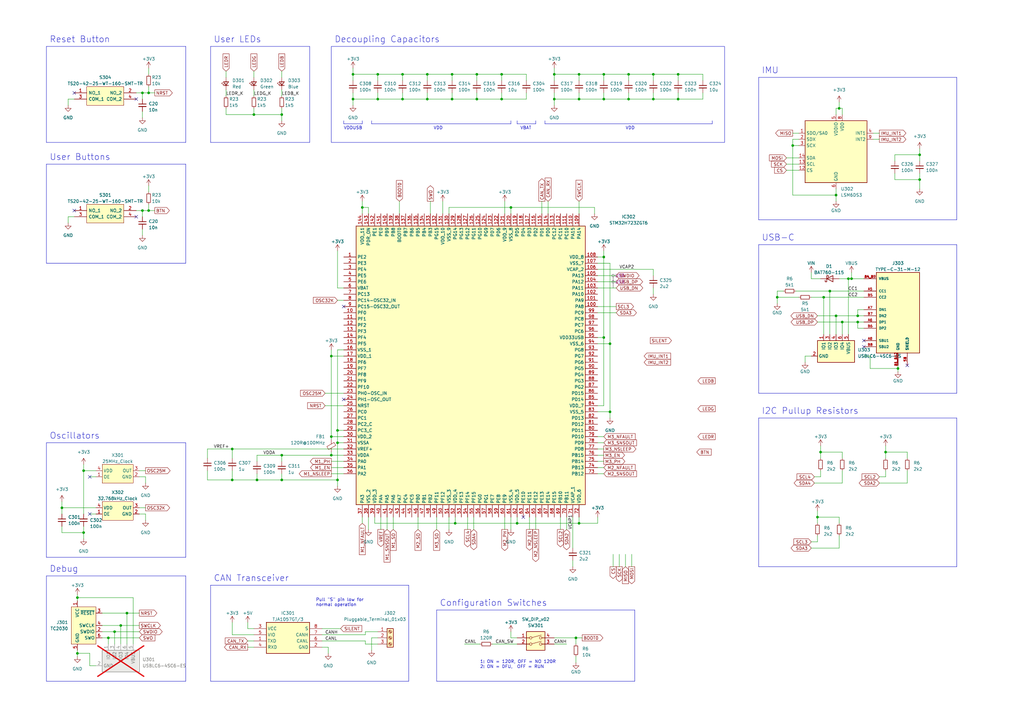
<source format=kicad_sch>
(kicad_sch (version 20230121) (generator eeschema)
  (paper "A3")
  (junction (at 236.22 261.62))
  (junction (at 154.94 40.64))
  (junction (at 115.57 46.99))
  (junction (at 336.55 185.42))
  (junction (at 95.25 184.15))
  (junction (at 52.07 251.46))
  (junction (at 351.79 129.54))
  (junction (at 363.22 185.42))
  (junction (at 257.81 30.48))
  (junction (at 104.14 46.99))
  (junction (at 44.45 261.62))
  (junction (at 212.09 214.63))
  (junction (at 335.28 212.09))
  (junction (at 337.82 121.92))
  (junction (at 209.55 85.09))
  (junction (at 135.89 179.07))
  (junction (at 115.57 196.85))
  (junction (at 185.42 30.48))
  (junction (at 144.78 30.48))
  (junction (at 105.41 196.85))
  (junction (at 267.97 40.64))
  (junction (at 345.44 132.08))
  (junction (at 377.19 73.66))
  (junction (at 205.74 40.64))
  (junction (at 195.58 30.48))
  (junction (at 205.74 30.48))
  (junction (at 135.89 146.05))
  (junction (at 195.58 40.64))
  (junction (at 227.33 30.48))
  (junction (at 138.43 196.85))
  (junction (at 278.13 40.64))
  (junction (at 49.53 256.54))
  (junction (at 138.43 176.53))
  (junction (at 46.99 259.08))
  (junction (at 154.94 30.48))
  (junction (at 368.3 151.13))
  (junction (at 340.36 119.38))
  (junction (at 115.57 186.69))
  (junction (at 342.9 80.01))
  (junction (at 351.79 132.08))
  (junction (at 58.42 86.36))
  (junction (at 135.89 186.69))
  (junction (at 257.81 40.64))
  (junction (at 186.69 214.63))
  (junction (at 58.42 38.1))
  (junction (at 267.97 30.48))
  (junction (at 148.59 85.09))
  (junction (at 247.65 138.43))
  (junction (at 175.26 30.48))
  (junction (at 247.65 40.64))
  (junction (at 247.65 105.41))
  (junction (at 138.43 181.61))
  (junction (at 95.25 196.85))
  (junction (at 175.26 40.64))
  (junction (at 347.98 114.3))
  (junction (at 31.75 245.11))
  (junction (at 342.9 129.54))
  (junction (at 34.29 218.44))
  (junction (at 227.33 40.64))
  (junction (at 185.42 40.64))
  (junction (at 60.96 38.1))
  (junction (at 34.29 193.04))
  (junction (at 325.12 59.69))
  (junction (at 349.25 114.3))
  (junction (at 165.1 30.48))
  (junction (at 250.19 140.97))
  (junction (at 31.75 267.97))
  (junction (at 237.49 214.63))
  (junction (at 165.1 40.64))
  (junction (at 237.49 40.64))
  (junction (at 25.4 208.28))
  (junction (at 144.78 40.64))
  (junction (at 344.17 44.45))
  (junction (at 247.65 30.48))
  (junction (at 60.96 86.36))
  (junction (at 318.77 121.92))
  (junction (at 250.19 168.91))
  (junction (at 377.19 63.5))
  (junction (at 278.13 30.48))
  (junction (at 237.49 30.48))
  (no_connect (at 140.97 163.83))
  (no_connect (at 36.83 195.58))
  (no_connect (at 354.33 142.24))
  (no_connect (at 36.83 210.82))
  (no_connect (at 30.48 38.1))
  (no_connect (at 55.88 40.64))
  (no_connect (at 214.63 212.09))
  (no_connect (at 55.88 88.9))
  (no_connect (at 354.33 139.7))
  (no_connect (at 372.11 149.86))
  (no_connect (at 30.48 86.36))
  (no_connect (at 140.97 125.73))
  (wire (pts (xy 148.59 82.55) (xy 148.59 85.09)))
  (wire (pts (xy 165.1 40.64) (xy 175.26 40.64)))
  (wire (pts (xy 85.09 193.04) (xy 85.09 196.85)))
  (wire (pts (xy 247.65 179.07) (xy 245.11 179.07)))
  (wire (pts (xy 31.75 243.84) (xy 31.75 245.11)))
  (wire (pts (xy 27.94 40.64) (xy 30.48 40.64)))
  (wire (pts (xy 115.57 44.45) (xy 115.57 46.99)))
  (wire (pts (xy 207.01 212.09) (xy 207.01 217.17)))
  (polyline (pts (xy 76.2 107.95) (xy 19.05 107.95)))
  (wire (pts (xy 154.94 40.64) (xy 165.1 40.64)))
  (wire (pts (xy 358.14 57.15) (xy 360.68 57.15)))
  (wire (pts (xy 332.74 121.92) (xy 337.82 121.92)))
  (wire (pts (xy 59.69 210.82) (xy 57.15 210.82)))
  (wire (pts (xy 153.67 214.63) (xy 153.67 212.09)))
  (wire (pts (xy 237.49 30.48) (xy 237.49 33.02)))
  (wire (pts (xy 245.11 166.37) (xy 247.65 166.37)))
  (wire (pts (xy 318.77 119.38) (xy 318.77 121.92)))
  (wire (pts (xy 95.25 196.85) (xy 105.41 196.85)))
  (wire (pts (xy 175.26 40.64) (xy 185.42 40.64)))
  (wire (pts (xy 25.4 205.74) (xy 25.4 208.28)))
  (wire (pts (xy 27.94 91.44) (xy 27.94 88.9)))
  (wire (pts (xy 326.39 119.38) (xy 340.36 119.38)))
  (wire (pts (xy 340.36 119.38) (xy 354.33 119.38)))
  (wire (pts (xy 335.28 209.55) (xy 335.28 212.09)))
  (wire (pts (xy 31.75 267.97) (xy 31.75 269.24)))
  (polyline (pts (xy 86.36 19.05) (xy 127 19.05)))
  (wire (pts (xy 245.11 212.09) (xy 245.11 214.63)))
  (polyline (pts (xy 167.64 279.4) (xy 86.36 279.4)))
  (wire (pts (xy 237.49 212.09) (xy 237.49 214.63)))
  (wire (pts (xy 135.89 143.51) (xy 135.89 146.05)))
  (polyline (pts (xy 311.15 31.75) (xy 311.15 90.17)))
  (wire (pts (xy 59.69 213.36) (xy 59.69 210.82)))
  (wire (pts (xy 25.4 208.28) (xy 39.37 208.28)))
  (wire (pts (xy 321.31 119.38) (xy 318.77 119.38)))
  (wire (pts (xy 41.91 251.46) (xy 52.07 251.46)))
  (wire (pts (xy 135.89 186.69) (xy 140.97 186.69)))
  (wire (pts (xy 267.97 40.64) (xy 278.13 40.64)))
  (wire (pts (xy 358.14 54.61) (xy 360.68 54.61)))
  (wire (pts (xy 363.22 182.88) (xy 363.22 185.42)))
  (wire (pts (xy 195.58 40.64) (xy 205.74 40.64)))
  (wire (pts (xy 278.13 40.64) (xy 278.13 38.1)))
  (wire (pts (xy 135.89 191.77) (xy 140.97 191.77)))
  (polyline (pts (xy 19.05 19.05) (xy 76.2 19.05)))
  (wire (pts (xy 135.89 146.05) (xy 135.89 179.07)))
  (wire (pts (xy 227.33 40.64) (xy 227.33 38.1)))
  (polyline (pts (xy 212.09 49.53) (xy 212.09 50.8)))
  (wire (pts (xy 363.22 185.42) (xy 363.22 187.96)))
  (wire (pts (xy 115.57 186.69) (xy 115.57 189.23)))
  (wire (pts (xy 227.33 40.64) (xy 237.49 40.64)))
  (wire (pts (xy 351.79 134.62) (xy 354.33 134.62)))
  (wire (pts (xy 232.41 212.09) (xy 232.41 217.17)))
  (wire (pts (xy 318.77 124.46) (xy 318.77 121.92)))
  (wire (pts (xy 322.58 64.77) (xy 327.66 64.77)))
  (wire (pts (xy 39.37 273.05) (xy 36.83 273.05)))
  (wire (pts (xy 144.78 30.48) (xy 154.94 30.48)))
  (wire (pts (xy 337.82 121.92) (xy 354.33 121.92)))
  (wire (pts (xy 209.55 85.09) (xy 209.55 87.63)))
  (wire (pts (xy 247.65 166.37) (xy 247.65 138.43)))
  (polyline (pts (xy 311.15 31.75) (xy 392.43 31.75)))
  (wire (pts (xy 205.74 30.48) (xy 215.9 30.48)))
  (wire (pts (xy 336.55 114.3) (xy 332.74 114.3)))
  (wire (pts (xy 95.25 184.15) (xy 95.25 187.96)))
  (wire (pts (xy 92.71 36.83) (xy 92.71 39.37)))
  (polyline (pts (xy 260.35 279.4) (xy 179.07 279.4)))
  (wire (pts (xy 46.99 259.08) (xy 46.99 264.16)))
  (wire (pts (xy 104.14 44.45) (xy 104.14 46.99)))
  (polyline (pts (xy 292.1 49.53) (xy 292.1 50.8)))
  (wire (pts (xy 105.41 194.31) (xy 105.41 196.85)))
  (wire (pts (xy 95.25 184.15) (xy 140.97 184.15)))
  (wire (pts (xy 149.86 264.16) (xy 154.94 264.16)))
  (wire (pts (xy 250.19 168.91) (xy 250.19 171.45)))
  (wire (pts (xy 34.29 190.5) (xy 34.29 193.04)))
  (wire (pts (xy 243.84 87.63) (xy 243.84 85.09)))
  (wire (pts (xy 332.74 114.3) (xy 332.74 111.76)))
  (wire (pts (xy 135.89 179.07) (xy 140.97 179.07)))
  (wire (pts (xy 181.61 82.55) (xy 181.61 87.63)))
  (wire (pts (xy 250.19 168.91) (xy 250.19 140.97)))
  (wire (pts (xy 250.19 140.97) (xy 245.11 140.97)))
  (wire (pts (xy 154.94 30.48) (xy 154.94 33.02)))
  (wire (pts (xy 349.25 114.3) (xy 354.33 114.3)))
  (wire (pts (xy 58.42 86.36) (xy 60.96 86.36)))
  (wire (pts (xy 165.1 30.48) (xy 175.26 30.48)))
  (wire (pts (xy 224.79 82.55) (xy 224.79 87.63)))
  (wire (pts (xy 36.83 210.82) (xy 39.37 210.82)))
  (wire (pts (xy 92.71 46.99) (xy 92.71 44.45)))
  (wire (pts (xy 115.57 29.21) (xy 115.57 31.75)))
  (wire (pts (xy 133.35 161.29) (xy 140.97 161.29)))
  (wire (pts (xy 342.9 77.47) (xy 342.9 80.01)))
  (wire (pts (xy 349.25 111.76) (xy 349.25 114.3)))
  (wire (pts (xy 247.65 184.15) (xy 245.11 184.15)))
  (polyline (pts (xy 392.43 171.45) (xy 392.43 232.41)))
  (wire (pts (xy 247.65 138.43) (xy 247.65 105.41)))
  (wire (pts (xy 334.01 198.12) (xy 345.44 198.12)))
  (wire (pts (xy 190.5 264.16) (xy 196.85 264.16)))
  (wire (pts (xy 351.79 132.08) (xy 354.33 132.08)))
  (wire (pts (xy 135.89 186.69) (xy 135.89 185.42)))
  (wire (pts (xy 138.43 102.87) (xy 138.43 118.11)))
  (wire (pts (xy 154.94 40.64) (xy 154.94 38.1)))
  (wire (pts (xy 151.13 87.63) (xy 151.13 85.09)))
  (wire (pts (xy 243.84 85.09) (xy 209.55 85.09)))
  (wire (pts (xy 325.12 80.01) (xy 342.9 80.01)))
  (wire (pts (xy 344.17 224.79) (xy 344.17 219.71)))
  (wire (pts (xy 34.29 215.9) (xy 34.29 218.44)))
  (wire (pts (xy 335.28 132.08) (xy 345.44 132.08)))
  (wire (pts (xy 105.41 186.69) (xy 115.57 186.69)))
  (wire (pts (xy 31.75 266.7) (xy 31.75 267.97)))
  (wire (pts (xy 237.49 40.64) (xy 247.65 40.64)))
  (wire (pts (xy 238.76 261.62) (xy 236.22 261.62)))
  (wire (pts (xy 325.12 59.69) (xy 327.66 59.69)))
  (wire (pts (xy 247.65 40.64) (xy 247.65 38.1)))
  (wire (pts (xy 135.89 194.31) (xy 140.97 194.31)))
  (wire (pts (xy 144.78 40.64) (xy 144.78 43.18)))
  (wire (pts (xy 267.97 30.48) (xy 267.97 33.02)))
  (wire (pts (xy 60.96 27.94) (xy 60.96 30.48)))
  (wire (pts (xy 25.4 218.44) (xy 34.29 218.44)))
  (wire (pts (xy 175.26 30.48) (xy 175.26 33.02)))
  (wire (pts (xy 336.55 195.58) (xy 336.55 193.04)))
  (wire (pts (xy 184.15 87.63) (xy 184.15 85.09)))
  (wire (pts (xy 356.87 146.05) (xy 356.87 151.13)))
  (polyline (pts (xy 127 58.42) (xy 86.36 58.42)))
  (wire (pts (xy 85.09 184.15) (xy 95.25 184.15)))
  (polyline (pts (xy 19.05 67.31) (xy 76.2 67.31)))
  (wire (pts (xy 335.28 212.09) (xy 335.28 214.63)))
  (wire (pts (xy 57.15 195.58) (xy 59.69 195.58)))
  (wire (pts (xy 58.42 45.72) (xy 58.42 48.26)))
  (wire (pts (xy 336.55 182.88) (xy 336.55 185.42)))
  (wire (pts (xy 152.4 261.62) (xy 152.4 266.7)))
  (wire (pts (xy 245.11 138.43) (xy 247.65 138.43)))
  (wire (pts (xy 245.11 118.11) (xy 252.73 118.11)))
  (wire (pts (xy 57.15 193.04) (xy 59.69 193.04)))
  (wire (pts (xy 201.93 264.16) (xy 212.09 264.16)))
  (wire (pts (xy 41.91 256.54) (xy 49.53 256.54)))
  (wire (pts (xy 138.43 181.61) (xy 138.43 176.53)))
  (polyline (pts (xy 86.36 19.05) (xy 86.36 58.42)))
  (wire (pts (xy 25.4 215.9) (xy 25.4 218.44)))
  (wire (pts (xy 165.1 30.48) (xy 165.1 33.02)))
  (polyline (pts (xy 127 19.05) (xy 127 58.42)))
  (wire (pts (xy 149.86 259.08) (xy 154.94 259.08)))
  (wire (pts (xy 144.78 40.64) (xy 144.78 38.1)))
  (polyline (pts (xy 86.36 240.03) (xy 167.64 240.03)))
  (wire (pts (xy 377.19 63.5) (xy 367.03 63.5)))
  (wire (pts (xy 259.08 232.41) (xy 259.08 227.33)))
  (wire (pts (xy 345.44 132.08) (xy 345.44 137.16)))
  (wire (pts (xy 368.3 152.4) (xy 368.3 151.13)))
  (wire (pts (xy 138.43 181.61) (xy 140.97 181.61)))
  (wire (pts (xy 330.2 148.59) (xy 330.2 146.05)))
  (polyline (pts (xy 179.07 250.19) (xy 260.35 250.19)))
  (wire (pts (xy 354.33 146.05) (xy 356.87 146.05)))
  (wire (pts (xy 368.3 151.13) (xy 368.3 149.86)))
  (polyline (pts (xy 392.43 31.75) (xy 392.43 90.17)))
  (wire (pts (xy 185.42 30.48) (xy 185.42 33.02)))
  (wire (pts (xy 148.59 85.09) (xy 148.59 87.63)))
  (wire (pts (xy 52.07 251.46) (xy 57.15 251.46)))
  (polyline (pts (xy 179.07 250.19) (xy 179.07 279.4)))
  (wire (pts (xy 104.14 36.83) (xy 104.14 39.37)))
  (wire (pts (xy 322.58 67.31) (xy 327.66 67.31)))
  (wire (pts (xy 377.19 63.5) (xy 377.19 66.04)))
  (polyline (pts (xy 311.15 100.33) (xy 311.15 161.29)))
  (wire (pts (xy 151.13 212.09) (xy 151.13 217.17)))
  (wire (pts (xy 335.28 129.54) (xy 342.9 129.54)))
  (wire (pts (xy 351.79 127) (xy 354.33 127)))
  (wire (pts (xy 34.29 193.04) (xy 34.29 210.82)))
  (wire (pts (xy 194.31 217.17) (xy 194.31 212.09)))
  (wire (pts (xy 175.26 30.48) (xy 185.42 30.48)))
  (wire (pts (xy 229.87 217.17) (xy 229.87 212.09)))
  (wire (pts (xy 237.49 40.64) (xy 237.49 38.1)))
  (wire (pts (xy 36.83 195.58) (xy 39.37 195.58)))
  (wire (pts (xy 101.6 265.43) (xy 104.14 265.43)))
  (wire (pts (xy 185.42 40.64) (xy 185.42 38.1)))
  (wire (pts (xy 367.03 66.04) (xy 367.03 63.5)))
  (wire (pts (xy 60.96 76.2) (xy 60.96 78.74)))
  (wire (pts (xy 332.74 222.25) (xy 335.28 222.25)))
  (polyline (pts (xy 223.52 49.53) (xy 223.52 50.8)))
  (wire (pts (xy 115.57 36.83) (xy 115.57 39.37)))
  (polyline (pts (xy 86.36 240.03) (xy 86.36 279.4)))
  (wire (pts (xy 335.28 222.25) (xy 335.28 219.71)))
  (polyline (pts (xy 260.35 250.19) (xy 260.35 279.4)))
  (wire (pts (xy 55.88 38.1) (xy 58.42 38.1)))
  (polyline (pts (xy 392.43 90.17) (xy 311.15 90.17)))
  (polyline (pts (xy 76.2 181.61) (xy 76.2 228.6)))
  (wire (pts (xy 267.97 113.03) (xy 267.97 110.49)))
  (wire (pts (xy 250.19 107.95) (xy 245.11 107.95)))
  (wire (pts (xy 185.42 30.48) (xy 195.58 30.48)))
  (wire (pts (xy 115.57 196.85) (xy 138.43 196.85)))
  (wire (pts (xy 372.11 185.42) (xy 363.22 185.42)))
  (wire (pts (xy 92.71 29.21) (xy 92.71 31.75)))
  (polyline (pts (xy 76.2 236.22) (xy 76.2 279.4)))
  (wire (pts (xy 59.69 198.12) (xy 59.69 195.58)))
  (polyline (pts (xy 19.05 67.31) (xy 19.05 107.95)))
  (wire (pts (xy 115.57 46.99) (xy 104.14 46.99)))
  (wire (pts (xy 36.83 273.05) (xy 36.83 267.97)))
  (wire (pts (xy 179.07 212.09) (xy 179.07 217.17)))
  (polyline (pts (xy 76.2 67.31) (xy 76.2 107.95)))
  (wire (pts (xy 234.95 232.41) (xy 234.95 229.87)))
  (wire (pts (xy 377.19 60.96) (xy 377.19 63.5)))
  (wire (pts (xy 217.17 212.09) (xy 217.17 217.17)))
  (wire (pts (xy 158.75 212.09) (xy 158.75 217.17)))
  (wire (pts (xy 135.89 146.05) (xy 140.97 146.05)))
  (wire (pts (xy 60.96 83.82) (xy 60.96 86.36)))
  (wire (pts (xy 372.11 187.96) (xy 372.11 185.42)))
  (wire (pts (xy 278.13 30.48) (xy 288.29 30.48)))
  (wire (pts (xy 27.94 43.18) (xy 27.94 40.64)))
  (wire (pts (xy 288.29 30.48) (xy 288.29 33.02)))
  (wire (pts (xy 245.11 115.57) (xy 252.73 115.57)))
  (wire (pts (xy 322.58 69.85) (xy 327.66 69.85)))
  (wire (pts (xy 367.03 71.12) (xy 367.03 73.66)))
  (wire (pts (xy 351.79 129.54) (xy 351.79 127)))
  (wire (pts (xy 34.29 220.98) (xy 34.29 218.44)))
  (polyline (pts (xy 140.97 50.8) (xy 148.59 50.8)))
  (wire (pts (xy 336.55 185.42) (xy 336.55 187.96)))
  (wire (pts (xy 175.26 40.64) (xy 175.26 38.1)))
  (wire (pts (xy 149.86 262.89) (xy 149.86 264.16)))
  (wire (pts (xy 247.65 194.31) (xy 245.11 194.31)))
  (wire (pts (xy 144.78 40.64) (xy 154.94 40.64)))
  (wire (pts (xy 257.81 40.64) (xy 267.97 40.64)))
  (wire (pts (xy 267.97 40.64) (xy 267.97 38.1)))
  (wire (pts (xy 195.58 30.48) (xy 205.74 30.48)))
  (wire (pts (xy 34.29 193.04) (xy 39.37 193.04)))
  (polyline (pts (xy 311.15 100.33) (xy 392.43 100.33)))
  (polyline (pts (xy 152.4 50.8) (xy 209.55 50.8)))
  (wire (pts (xy 288.29 40.64) (xy 288.29 38.1)))
  (wire (pts (xy 44.45 261.62) (xy 57.15 261.62)))
  (wire (pts (xy 115.57 46.99) (xy 115.57 49.53)))
  (wire (pts (xy 205.74 30.48) (xy 205.74 33.02)))
  (polyline (pts (xy 167.64 240.03) (xy 167.64 279.4)))
  (polyline (pts (xy 148.59 49.53) (xy 148.59 50.8)))
  (wire (pts (xy 44.45 261.62) (xy 44.45 264.16)))
  (wire (pts (xy 245.11 113.03) (xy 252.73 113.03)))
  (wire (pts (xy 101.6 257.81) (xy 104.14 257.81)))
  (wire (pts (xy 257.81 30.48) (xy 267.97 30.48)))
  (wire (pts (xy 95.25 193.04) (xy 95.25 196.85)))
  (wire (pts (xy 186.69 212.09) (xy 186.69 214.63)))
  (wire (pts (xy 267.97 30.48) (xy 278.13 30.48)))
  (wire (pts (xy 247.65 181.61) (xy 245.11 181.61)))
  (wire (pts (xy 36.83 267.97) (xy 31.75 267.97)))
  (wire (pts (xy 101.6 262.89) (xy 104.14 262.89)))
  (wire (pts (xy 344.17 114.3) (xy 347.98 114.3)))
  (wire (pts (xy 236.22 261.62) (xy 236.22 264.16)))
  (wire (pts (xy 54.61 245.11) (xy 54.61 264.16)))
  (wire (pts (xy 250.19 168.91) (xy 245.11 168.91)))
  (wire (pts (xy 356.87 151.13) (xy 368.3 151.13)))
  (wire (pts (xy 372.11 198.12) (xy 372.11 193.04)))
  (polyline (pts (xy 19.05 181.61) (xy 76.2 181.61)))
  (wire (pts (xy 250.19 140.97) (xy 250.19 107.95)))
  (polyline (pts (xy 19.05 19.05) (xy 19.05 58.42)))
  (wire (pts (xy 184.15 212.09) (xy 184.15 217.17)))
  (wire (pts (xy 342.9 44.45) (xy 342.9 46.99)))
  (wire (pts (xy 278.13 40.64) (xy 288.29 40.64)))
  (wire (pts (xy 363.22 195.58) (xy 363.22 193.04)))
  (wire (pts (xy 342.9 82.55) (xy 342.9 80.01)))
  (wire (pts (xy 222.25 82.55) (xy 222.25 87.63)))
  (wire (pts (xy 138.43 199.39) (xy 138.43 196.85)))
  (wire (pts (xy 171.45 212.09) (xy 171.45 217.17)))
  (wire (pts (xy 184.15 85.09) (xy 209.55 85.09)))
  (wire (pts (xy 49.53 256.54) (xy 57.15 256.54)))
  (wire (pts (xy 332.74 224.79) (xy 344.17 224.79)))
  (wire (pts (xy 154.94 30.48) (xy 165.1 30.48)))
  (polyline (pts (xy 311.15 171.45) (xy 311.15 232.41)))
  (wire (pts (xy 344.17 214.63) (xy 344.17 212.09)))
  (wire (pts (xy 95.25 260.35) (xy 104.14 260.35)))
  (wire (pts (xy 85.09 187.96) (xy 85.09 184.15)))
  (wire (pts (xy 344.17 41.91) (xy 344.17 44.45)))
  (polyline (pts (xy 140.97 49.53) (xy 140.97 50.8)))
  (wire (pts (xy 165.1 40.64) (xy 165.1 38.1)))
  (wire (pts (xy 257.81 30.48) (xy 257.81 33.02)))
  (wire (pts (xy 144.78 30.48) (xy 144.78 33.02)))
  (wire (pts (xy 344.17 44.45) (xy 345.44 44.45)))
  (wire (pts (xy 337.82 121.92) (xy 337.82 137.16)))
  (wire (pts (xy 342.9 137.16) (xy 342.9 129.54)))
  (wire (pts (xy 345.44 46.99) (xy 345.44 44.45)))
  (wire (pts (xy 367.03 73.66) (xy 377.19 73.66)))
  (wire (pts (xy 52.07 251.46) (xy 52.07 264.16)))
  (wire (pts (xy 360.68 198.12) (xy 372.11 198.12)))
  (wire (pts (xy 105.41 189.23) (xy 105.41 186.69)))
  (wire (pts (xy 245.11 105.41) (xy 247.65 105.41)))
  (wire (pts (xy 236.22 261.62) (xy 227.33 261.62)))
  (wire (pts (xy 227.33 27.94) (xy 227.33 30.48)))
  (wire (pts (xy 227.33 30.48) (xy 227.33 33.02)))
  (wire (pts (xy 345.44 185.42) (xy 336.55 185.42)))
  (wire (pts (xy 49.53 256.54) (xy 49.53 264.16)))
  (wire (pts (xy 144.78 27.94) (xy 144.78 30.48)))
  (wire (pts (xy 256.54 232.41) (xy 256.54 227.33)))
  (wire (pts (xy 209.55 259.08) (xy 209.55 261.62)))
  (wire (pts (xy 60.96 86.36) (xy 63.5 86.36)))
  (wire (pts (xy 27.94 88.9) (xy 30.48 88.9)))
  (wire (pts (xy 138.43 143.51) (xy 138.43 176.53)))
  (wire (pts (xy 215.9 30.48) (xy 215.9 33.02)))
  (polyline (pts (xy 19.05 236.22) (xy 76.2 236.22)))
  (wire (pts (xy 138.43 123.19) (xy 140.97 123.19)))
  (wire (pts (xy 134.62 265.43) (xy 134.62 267.97)))
  (wire (pts (xy 251.46 232.41) (xy 251.46 227.33)))
  (wire (pts (xy 41.91 261.62) (xy 44.45 261.62)))
  (polyline (pts (xy 76.2 228.6) (xy 19.05 228.6)))
  (polyline (pts (xy 212.09 50.8) (xy 219.71 50.8)))
  (wire (pts (xy 58.42 38.1) (xy 60.96 38.1)))
  (wire (pts (xy 237.49 214.63) (xy 212.09 214.63)))
  (wire (pts (xy 31.75 245.11) (xy 31.75 246.38)))
  (wire (pts (xy 351.79 132.08) (xy 351.79 134.62)))
  (wire (pts (xy 318.77 121.92) (xy 327.66 121.92)))
  (wire (pts (xy 148.59 214.63) (xy 148.59 212.09)))
  (wire (pts (xy 212.09 214.63) (xy 186.69 214.63)))
  (wire (pts (xy 25.4 208.28) (xy 25.4 210.82)))
  (wire (pts (xy 245.11 125.73) (xy 252.73 125.73)))
  (wire (pts (xy 95.25 255.27) (xy 95.25 260.35)))
  (wire (pts (xy 156.21 217.17) (xy 156.21 212.09)))
  (wire (pts (xy 247.65 30.48) (xy 247.65 33.02)))
  (wire (pts (xy 31.75 245.11) (xy 54.61 245.11)))
  (wire (pts (xy 342.9 129.54) (xy 351.79 129.54)))
  (wire (pts (xy 245.11 214.63) (xy 237.49 214.63)))
  (wire (pts (xy 227.33 264.16) (xy 232.41 264.16)))
  (wire (pts (xy 351.79 129.54) (xy 354.33 129.54)))
  (wire (pts (xy 58.42 38.1) (xy 58.42 40.64)))
  (wire (pts (xy 345.44 132.08) (xy 351.79 132.08)))
  (wire (pts (xy 135.89 189.23) (xy 140.97 189.23)))
  (wire (pts (xy 132.08 260.35) (xy 149.86 260.35)))
  (wire (pts (xy 267.97 120.65) (xy 267.97 118.11)))
  (wire (pts (xy 227.33 40.64) (xy 227.33 43.18)))
  (wire (pts (xy 205.74 40.64) (xy 215.9 40.64)))
  (wire (pts (xy 360.68 195.58) (xy 363.22 195.58)))
  (wire (pts (xy 57.15 208.28) (xy 59.69 208.28)))
  (wire (pts (xy 267.97 110.49) (xy 245.11 110.49)))
  (wire (pts (xy 133.35 166.37) (xy 140.97 166.37)))
  (wire (pts (xy 41.91 259.08) (xy 46.99 259.08)))
  (wire (pts (xy 195.58 40.64) (xy 195.58 38.1)))
  (wire (pts (xy 325.12 54.61) (xy 327.66 54.61)))
  (wire (pts (xy 377.19 73.66) (xy 377.19 77.47)))
  (wire (pts (xy 60.96 38.1) (xy 63.5 38.1)))
  (wire (pts (xy 345.44 187.96) (xy 345.44 185.42)))
  (wire (pts (xy 278.13 30.48) (xy 278.13 33.02)))
  (wire (pts (xy 340.36 137.16) (xy 340.36 119.38)))
  (wire (pts (xy 161.29 212.09) (xy 161.29 217.17)))
  (wire (pts (xy 149.86 260.35) (xy 149.86 259.08)))
  (wire (pts (xy 207.01 82.55) (xy 207.01 87.63)))
  (wire (pts (xy 227.33 30.48) (xy 237.49 30.48)))
  (polyline (pts (xy 152.4 49.53) (xy 152.4 50.8)))
  (wire (pts (xy 104.14 29.21) (xy 104.14 31.75)))
  (wire (pts (xy 191.77 217.17) (xy 191.77 212.09)))
  (wire (pts (xy 247.65 191.77) (xy 245.11 191.77)))
  (wire (pts (xy 104.14 46.99) (xy 92.71 46.99)))
  (wire (pts (xy 186.69 214.63) (xy 153.67 214.63)))
  (wire (pts (xy 115.57 194.31) (xy 115.57 196.85)))
  (wire (pts (xy 132.08 265.43) (xy 134.62 265.43)))
  (wire (pts (xy 85.09 196.85) (xy 95.25 196.85)))
  (polyline (pts (xy 19.05 236.22) (xy 19.05 279.4)))
  (wire (pts (xy 257.81 40.64) (xy 257.81 38.1)))
  (wire (pts (xy 132.08 262.89) (xy 149.86 262.89)))
  (wire (pts (xy 247.65 30.48) (xy 257.81 30.48)))
  (wire (pts (xy 330.2 146.05) (xy 332.74 146.05)))
  (wire (pts (xy 209.55 212.09) (xy 209.55 217.17)))
  (wire (pts (xy 60.96 35.56) (xy 60.96 38.1)))
  (polyline (pts (xy 392.43 232.41) (xy 311.15 232.41)))
  (wire (pts (xy 140.97 143.51) (xy 138.43 143.51)))
  (wire (pts (xy 115.57 186.69) (xy 135.89 186.69)))
  (wire (pts (xy 101.6 255.27) (xy 101.6 257.81)))
  (wire (pts (xy 212.09 212.09) (xy 212.09 214.63)))
  (wire (pts (xy 254 232.41) (xy 254 227.33)))
  (wire (pts (xy 58.42 86.36) (xy 58.42 88.9)))
  (polyline (pts (xy 392.43 161.29) (xy 311.15 161.29)))
  (polyline (pts (xy 311.15 171.45) (xy 392.43 171.45)))
  (wire (pts (xy 325.12 57.15) (xy 325.12 59.69)))
  (wire (pts (xy 140.97 176.53) (xy 138.43 176.53)))
  (wire (pts (xy 247.65 40.64) (xy 257.81 40.64)))
  (wire (pts (xy 247.65 102.87) (xy 247.65 105.41)))
  (polyline (pts (xy 76.2 19.05) (xy 76.2 58.42)))
  (wire (pts (xy 185.42 40.64) (xy 195.58 40.64)))
  (polyline (pts (xy 223.52 50.8) (xy 292.1 50.8)))
  (polyline (pts (xy 392.43 100.33) (xy 392.43 161.29)))
  (wire (pts (xy 334.01 195.58) (xy 336.55 195.58)))
  (wire (pts (xy 163.83 82.55) (xy 163.83 87.63)))
  (wire (pts (xy 247.65 189.23) (xy 245.11 189.23)))
  (wire (pts (xy 245.11 128.27) (xy 252.73 128.27)))
  (wire (pts (xy 139.7 257.81) (xy 132.08 257.81)))
  (polyline (pts (xy 76.2 58.42) (xy 19.05 58.42)))
  (wire (pts (xy 135.89 180.34) (xy 135.89 179.07)))
  (wire (pts (xy 219.71 217.17) (xy 219.71 212.09)))
  (wire (pts (xy 237.49 82.55) (xy 237.49 87.63)))
  (wire (pts (xy 58.42 93.98) (xy 58.42 96.52)))
  (wire (pts (xy 195.58 30.48) (xy 195.58 33.02)))
  (polyline (pts (xy 209.55 49.53) (xy 209.55 50.8)))
  (polyline (pts (xy 76.2 279.4) (xy 19.05 279.4)))
  (wire (pts (xy 234.95 212.09) (xy 234.95 224.79)))
  (wire (pts (xy 236.22 271.78) (xy 236.22 269.24)))
  (wire (pts (xy 205.74 40.64) (xy 205.74 38.1)))
  (wire (pts (xy 247.65 186.69) (xy 245.11 186.69)))
  (wire (pts (xy 209.55 261.62) (xy 212.09 261.62)))
  (wire (pts (xy 325.12 59.69) (xy 325.12 80.01)))
  (wire (pts (xy 176.53 82.55) (xy 176.53 87.63)))
  (wire (pts (xy 151.13 85.09) (xy 148.59 85.09)))
  (wire (pts (xy 152.4 261.62) (xy 154.94 261.62)))
  (wire (pts (xy 55.88 86.36) (xy 58.42 86.36)))
  (wire (pts (xy 347.98 114.3) (xy 347.98 137.16)))
  (polyline (pts (xy 19.05 181.61) (xy 19.05 228.6)))
  (wire (pts (xy 138.43 118.11) (xy 140.97 118.11)))
  (polyline (pts (xy 219.71 49.53) (xy 219.71 50.8)))
  (wire (pts (xy 327.66 57.15) (xy 325.12 57.15)))
  (wire (pts (xy 138.43 196.85) (xy 138.43 181.61)))
  (wire (pts (xy 349.25 114.3) (xy 347.98 114.3)))
  (wire (pts (xy 344.17 212.09) (xy 335.28 212.09)))
  (wire (pts (xy 377.19 73.66) (xy 377.19 71.12)))
  (wire (pts (xy 46.99 259.08) (xy 57.15 259.08)))
  (wire (pts (xy 345.44 198.12) (xy 345.44 193.04)))
  (wire (pts (xy 105.41 196.85) (xy 115.57 196.85)))
  (wire (pts (xy 237.49 30.48) (xy 247.65 30.48)))
  (wire (pts (xy 344.17 44.45) (xy 342.9 44.45)))
  (wire (pts (xy 215.9 40.64) (xy 215.9 38.1)))
  (rectangle (start 135.89 19.05) (end 297.18 58.42))
  (text "CAN Transceiver" (at 87.63 238.76 0) (effects (font (size 2.54 2.54)) (justify left bottom)))
  (text "I2C Pullup Resistors" (at 312.42 170.18 0) (effects (font (size 2.54 2.54)) (justify left bottom)))
  (text "VDD" (at 256.54 53.34 0) (effects (font (size 1.27 1.27)) (justify left bottom)))
  (text "VDDUSB" (at 140.97 53.34 0) (effects (font (size 1.27 1.27)) (justify left bottom)))
  (text "User LEDs" (at 87.63 17.78 0) (effects (font (size 2.54 2.54)) (justify left bottom)))
  (text "USB-C" (at 312.42 99.06 0) (effects (font (size 2.54 2.54)) (justify left bottom)))
  (text "Oscillators" (at 20.32 180.34 0) (effects (font (size 2.54 2.54)) (justify left bottom)))
  (text "1: ON = 120R, OFF = NO 120R\n2: ON = DFU,  OFF = RUN" (at 196.85 274.32 0) (effects (font (size 1.27 1.27)) (justify left bottom)))
  (text "VBAT" (at 213.36 53.34 0) (effects (font (size 1.27 1.27)) (justify left bottom)))
  (text "User Buttons" (at 20.32 66.04 0) (effects (font (size 2.54 2.54)) (justify left bottom)))
  (text "VDD" (at 177.8 53.34 0) (effects (font (size 1.27 1.27)) (justify left bottom)))
  (text "Debug" (at 20.32 234.95 0) (effects (font (size 2.54 2.54)) (justify left bottom)))
  (text "Decoupling Capacitors" (at 137.16 17.78 0) (effects (font (size 2.54 2.54)) (justify left bottom)))
  (text "Pull \"S\" pin low for\nnormal operation" (at 129.54 248.92 0) (effects (font (size 1.27 1.27)) (justify left bottom)))
  (text "Configuration Switches" (at 180.34 248.92 0) (effects (font (size 2.54 2.54)) (justify left bottom)))
  (text "IMU" (at 312.42 30.48 0) (effects (font (size 2.54 2.54)) (justify left bottom)))
  (text "Reset Button" (at 20.32 17.78 0) (effects (font (size 2.54 2.54)) (justify left bottom)))
  (label "CANL" (at 190.5 264.16 0))
  (label "CANH" (at 232.41 264.16 180))
  (label "LEDG_K" (at 104.14 39.37 0))
  (label "CAN_SW" (at 203.2 264.16 0))
  (label "CC2" (at 351.79 121.92 180))
  (label "VREF+" (at 87.63 184.15 0))
  (label "CC1" (at 351.79 119.38 180))
  (label "CANH" (at 133.35 260.35 0))
  (label "VCAP1" (at 234.95 217.17 90))
  (label "CANL" (at 133.35 262.89 0))
  (label "VDDA" (at 107.95 186.69 0))
  (label "LEDR_K" (at 92.71 39.37 0))
  (label "LEDB_K" (at 115.57 39.37 0))
  (label "VCAP2" (at 254 110.49 0))
  (global_label "SCL3" (shape output) (at 252.73 125.73 0) (property "Intersheetrefs" "${INTERSHEET_REFS}" (effects hide)))
  (global_label "M2_SNSOUT" (shape input) (at 247.65 194.31 0) (property "Intersheetrefs" "${INTERSHEET_REFS}" (effects hide)))
  (global_label "CAN_RX" (shape input) (at 224.79 82.55 90) (property "Intersheetrefs" "${INTERSHEET_REFS}" (effects hide)))
  (global_label "M2_SO" (shape input) (at 171.45 217.17 270) (property "Intersheetrefs" "${INTERSHEET_REFS}" (effects hide)))
  (global_label "SWDIO" (shape bidirectional) (at 57.15 259.08 0) (property "Intersheetrefs" "${INTERSHEET_REFS}" (effects hide)))
  (global_label "M1_EN" (shape output) (at 135.89 191.77 180) (property "Intersheetrefs" "${INTERSHEET_REFS}" (effects hide)))
  (global_label "CS" (shape output) (at 251.46 232.41 270) (property "Intersheetrefs" "${INTERSHEET_REFS}" (effects hide)))
  (global_label "MISO" (shape input) (at 256.54 232.41 270) (property "Intersheetrefs" "${INTERSHEET_REFS}" (effects hide)))
  (global_label "SCK" (shape output) (at 254 232.41 270) (property "Intersheetrefs" "${INTERSHEET_REFS}" (effects hide)))
  (global_label "M1_NFAULT" (shape input) (at 148.59 214.63 270) (property "Intersheetrefs" "${INTERSHEET_REFS}" (effects hide)))
  (global_label "SCL2" (shape output) (at 229.87 217.17 270) (property "Intersheetrefs" "${INTERSHEET_REFS}" (effects hide)))
  (global_label "BTN" (shape output) (at 63.5 86.36 0) (property "Intersheetrefs" "${INTERSHEET_REFS}" (effects hide)))
  (global_label "SCL4" (shape output) (at 191.77 217.17 270) (property "Intersheetrefs" "${INTERSHEET_REFS}" (effects hide)))
  (global_label "USB_DN" (shape bidirectional) (at 335.28 129.54 180) (property "Intersheetrefs" "${INTERSHEET_REFS}" (effects hide)))
  (global_label "SWO" (shape output) (at 176.53 82.55 90) (property "Intersheetrefs" "${INTERSHEET_REFS}" (effects hide)))
  (global_label "SWO" (shape input) (at 57.15 261.62 0) (property "Intersheetrefs" "${INTERSHEET_REFS}" (effects hide)))
  (global_label "OSC25M" (shape input) (at 133.35 161.29 180) (property "Intersheetrefs" "${INTERSHEET_REFS}" (effects hide)))
  (global_label "IMU_INT2" (shape input) (at 264.16 148.59 0) (property "Intersheetrefs" "${INTERSHEET_REFS}" (effects hide)))
  (global_label "M1_SO" (shape input) (at 161.29 217.17 270) (property "Intersheetrefs" "${INTERSHEET_REFS}" (effects hide)))
  (global_label "M1_SNSOUT" (shape input) (at 158.75 217.17 270) (property "Intersheetrefs" "${INTERSHEET_REFS}" (effects hide)))
  (global_label "USB_DP" (shape bidirectional) (at 252.73 115.57 0) (property "Intersheetrefs" "${INTERSHEET_REFS}" (effects hide)))
  (global_label "SILENT" (shape input) (at 139.7 257.81 0) (property "Intersheetrefs" "${INTERSHEET_REFS}" (effects hide)))
  (global_label "BOOT0" (shape output) (at 238.76 261.62 0) (property "Intersheetrefs" "${INTERSHEET_REFS}" (effects hide)))
  (global_label "NRST" (shape output) (at 63.5 38.1 0) (property "Intersheetrefs" "${INTERSHEET_REFS}" (effects hide)))
  (global_label "IMU_INT1" (shape input) (at 264.16 146.05 0) (property "Intersheetrefs" "${INTERSHEET_REFS}" (effects hide)))
  (global_label "NRST" (shape output) (at 57.15 251.46 0) (property "Intersheetrefs" "${INTERSHEET_REFS}" (effects hide)))
  (global_label "M3_NFAULT" (shape input) (at 247.65 179.07 0) (property "Intersheetrefs" "${INTERSHEET_REFS}" (effects hide)))
  (global_label "MISO" (shape output) (at 325.12 54.61 180) (property "Intersheetrefs" "${INTERSHEET_REFS}" (effects hide)))
  (global_label "IMU_INT2" (shape output) (at 360.68 57.15 0) (property "Intersheetrefs" "${INTERSHEET_REFS}" (effects hide)))
  (global_label "LEDR" (shape output) (at 293.37 179.07 180) (property "Intersheetrefs" "${INTERSHEET_REFS}" (effects hide)))
  (global_label "LEDG" (shape output) (at 293.37 167.64 180) (property "Intersheetrefs" "${INTERSHEET_REFS}" (effects hide)))
  (global_label "LEDB" (shape input) (at 115.57 29.21 90) (property "Intersheetrefs" "${INTERSHEET_REFS}" (effects hide)))
  (global_label "M3_NSLEEP" (shape output) (at 247.65 184.15 0) (property "Intersheetrefs" "${INTERSHEET_REFS}" (effects hide)))
  (global_label "SWCLK" (shape output) (at 57.15 256.54 0) (property "Intersheetrefs" "${INTERSHEET_REFS}" (effects hide)))
  (global_label "OSC32K" (shape input) (at 138.43 123.19 180) (property "Intersheetrefs" "${INTERSHEET_REFS}" (effects hide)))
  (global_label "M3_PH" (shape output) (at 247.65 189.23 0) (property "Intersheetrefs" "${INTERSHEET_REFS}" (effects hide)))
  (global_label "SILENT" (shape output) (at 266.7 139.7 0) (property "Intersheetrefs" "${INTERSHEET_REFS}" (effects hide)))
  (global_label "OSC25M" (shape output) (at 59.69 193.04 0) (property "Intersheetrefs" "${INTERSHEET_REFS}" (effects hide)))
  (global_label "SDA3" (shape bidirectional) (at 332.74 224.79 180) (property "Intersheetrefs" "${INTERSHEET_REFS}" (effects hide)))
  (global_label "SDA2" (shape bidirectional) (at 232.41 217.17 270) (property "Intersheetrefs" "${INTERSHEET_REFS}" (effects hide)))
  (global_label "SDA2" (shape bidirectional) (at 360.68 198.12 180) (property "Intersheetrefs" "${INTERSHEET_REFS}" (effects hide)))
  (global_label "SWDIO" (shape bidirectional) (at 252.73 113.03 0) (property "Intersheetrefs" "${INTERSHEET_REFS}" (effects hide)))
  (global_label "BOOT0" (shape input) (at 163.83 82.55 90) (property "Intersheetrefs" "${INTERSHEET_REFS}" (effects hide)))
  (global_label "USB_DP" (shape bidirectional) (at 335.28 132.08 180) (property "Intersheetrefs" "${INTERSHEET_REFS}" (effects hide)))
  (global_label "LEDR" (shape input) (at 92.71 29.21 90) (property "Intersheetrefs" "${INTERSHEET_REFS}" (effects hide)))
  (global_label "M1_NSLEEP" (shape output) (at 135.89 194.31 180) (property "Intersheetrefs" "${INTERSHEET_REFS}" (effects hide)))
  (global_label "SDA3" (shape bidirectional) (at 252.73 128.27 0) (property "Intersheetrefs" "${INTERSHEET_REFS}" (effects hide)))
  (global_label "M3_SO" (shape input) (at 179.07 217.17 270) (property "Intersheetrefs" "${INTERSHEET_REFS}" (effects hide)))
  (global_label "CAN_TX" (shape input) (at 101.6 262.89 180) (property "Intersheetrefs" "${INTERSHEET_REFS}" (effects hide)))
  (global_label "M1_PH" (shape output) (at 135.89 189.23 180) (property "Intersheetrefs" "${INTERSHEET_REFS}" (effects hide)))
  (global_label "MOSI" (shape input) (at 322.58 64.77 180) (property "Intersheetrefs" "${INTERSHEET_REFS}" (effects hide)))
  (global_label "SCL4" (shape input) (at 334.01 195.58 180) (property "Intersheetrefs" "${INTERSHEET_REFS}" (effects hide)))
  (global_label "M2_EN" (shape output) (at 217.17 217.17 270) (property "Intersheetrefs" "${INTERSHEET_REFS}" (effects hide)))
  (global_label "LEDG" (shape input) (at 104.14 29.21 90) (property "Intersheetrefs" "${INTERSHEET_REFS}" (effects hide)))
  (global_label "SDA4" (shape bidirectional) (at 334.01 198.12 180) (property "Intersheetrefs" "${INTERSHEET_REFS}" (effects hide)))
  (global_label "LEDB" (shape output) (at 293.37 156.21 180) (property "Intersheetrefs" "${INTERSHEET_REFS}" (effects hide)))
  (global_label "USB_DN" (shape bidirectional) (at 252.73 118.11 0) (property "Intersheetrefs" "${INTERSHEET_REFS}" (effects hide)))
  (global_label "VREF" (shape output) (at 156.21 217.17 270) (property "Intersheetrefs" "${INTERSHEET_REFS}" (effects hide)))
  (global_label "M2_NSLEEP" (shape output) (at 219.71 217.17 270) (property "Intersheetrefs" "${INTERSHEET_REFS}" (effects hide)))
  (global_label "OSC32K" (shape output) (at 59.69 208.28 0) (property "Intersheetrefs" "${INTERSHEET_REFS}" (effects hide)))
  (global_label "M3_SNSOUT" (shape input) (at 247.65 181.61 0) (property "Intersheetrefs" "${INTERSHEET_REFS}" (effects hide)))
  (global_label "BTN" (shape input) (at 285.75 185.42 0) (property "Intersheetrefs" "${INTERSHEET_REFS}" (effects hide)))
  (global_label "NRST" (shape input) (at 133.35 166.37 180) (property "Intersheetrefs" "${INTERSHEET_REFS}" (effects hide)))
  (global_label "SCL2" (shape input) (at 360.68 195.58 180) (property "Intersheetrefs" "${INTERSHEET_REFS}" (effects hide)))
  (global_label "IMU_INT1" (shape output) (at 360.68 54.61 0) (property "Intersheetrefs" "${INTERSHEET_REFS}" (effects hide)))
  (global_label "CAN_RX" (shape output) (at 101.6 265.43 180) (property "Intersheetrefs" "${INTERSHEET_REFS}" (effects hide)))
  (global_label "M2_PH" (shape output) (at 207.01 217.17 270) (property "Intersheetrefs" "${INTERSHEET_REFS}" (effects hide)))
  (global_label "SDA4" (shape bidirectional) (at 194.31 217.17 270) (property "Intersheetrefs" "${INTERSHEET_REFS}" (effects hide)))
  (global_label "M3_EN" (shape output) (at 247.65 186.69 0) (property "Intersheetrefs" "${INTERSHEET_REFS}" (effects hide)))
  (global_label "M2_NFAULT" (shape input) (at 247.65 191.77 0) (property "Intersheetrefs" "${INTERSHEET_REFS}" (effects hide)))
  (global_label "SCL3" (shape input) (at 332.74 222.25 180) (property "Intersheetrefs" "${INTERSHEET_REFS}" (effects hide)))
  (global_label "CAN_TX" (shape output) (at 222.25 82.55 90) (property "Intersheetrefs" "${INTERSHEET_REFS}" (effects hide)))
  (global_label "SCK" (shape input) (at 322.58 67.31 180) (property "Intersheetrefs" "${INTERSHEET_REFS}" (effects hide)))
  (global_label "SWCLK" (shape input) (at 237.49 82.55 90) (property "Intersheetrefs" "${INTERSHEET_REFS}" (effects hide)))
  (global_label "MOSI" (shape output) (at 259.08 232.41 270) (property "Intersheetrefs" "${INTERSHEET_REFS}" (effects hide)))
  (global_label "CS" (shape input) (at 322.58 69.85 180) (property "Intersheetrefs" "${INTERSHEET_REFS}" (effects hide)))
  (netclass_flag "" (length 2.54) (shape round) (at 251.46 115.57 0) (property "Netclass" "USB" (at 252.1585 113.03 0) (effects (font italic) (justify left))))
  (netclass_flag "" (length 2.54) (shape round) (at 251.46 118.11 0) (property "Netclass" "USB" (at 252.1585 115.57 0) (effects (font italic) (justify left))))
  (symbol (lib_id "power:+3V3") (at 34.29 190.5 0) (unit 1)
    (property "Reference" "#PWR0307" (effects hide))
    (property "Value" "+3V3" (at 34.29 185.42 0))
    (instances (project "Motor Driver Board" (path "" (reference "#PWR0307") (unit 1))) (project "Power Board" (path "" (reference "#PWR065") (unit 1))) (project "ViRG0_PCB" (path "" (reference "#PWR04") (unit 1))))
  )
  (symbol (lib_id "Device:R_Small") (at 344.17 217.17 0) (mirror y) (unit 1)
    (property "Reference" "R6" (at 346.71 216.535 0) (effects (justify right)))
    (property "Value" "2k2" (at 346.71 219.075 0) (effects (justify right)))
    (property "Footprint" "Resistor_SMD:R_0402_1005Metric" (effects hide))
    (instances (project "DE10-lite_shield" (path "" (reference "R6") (unit 1)) (path "" (reference "R6") (unit 1)) (path "" (reference "R14") (unit 1)) (path "" (reference "R32") (unit 1))) (project "Motor Driver Board" (path "" (reference "R313") (unit 1))) (project "Power Board" (path "" (reference "R26") (unit 1))))
  )
  (symbol (lib_id "power:GND") (at 31.75 269.24 0) (unit 1)
    (property "Reference" "#PWR0306" (effects hide))
    (property "Value" "GND" (at 31.75 274.32 0))
    (instances (project "Motor Driver Board" (path "" (reference "#PWR0306") (unit 1))) (project "Power Board" (path "" (reference "#PWR040") (unit 1))))
  )
  (symbol (lib_id "Device:R_Small") (at 323.85 119.38 270) (mirror x) (unit 1)
    (property "Reference" "R6" (at 323.85 114.3 90))
    (property "Value" "5k1" (at 323.85 116.84 90))
    (property "Footprint" "Resistor_SMD:R_0402_1005Metric" (effects hide))
    (instances (project "DE10-lite_shield" (path "" (reference "R6") (unit 1)) (path "" (reference "R6") (unit 1)) (path "" (reference "R14") (unit 1)) (path "" (reference "R32") (unit 1))) (project "Motor Driver Board" (path "" (reference "R309") (unit 1))) (project "Power Board" (path "" (reference "R24") (unit 1))))
  )
  (symbol (lib_id "power:GND") (at 250.19 171.45 0) (unit 1)
    (property "Reference" "#PWR0340" (effects hide))
    (property "Value" "GND" (at 250.19 176.53 0))
    (instances (project "Motor Driver Board" (path "" (reference "#PWR0340") (unit 1))) (project "Power Board" (path "" (reference "#PWR049") (unit 1))))
  )
  (symbol (lib_id "power:GND") (at 184.15 217.17 0) (unit 1)
    (property "Reference" "#PWR0329" (effects hide))
    (property "Value" "GND" (at 184.15 222.25 0))
    (instances (project "Motor Driver Board" (path "" (reference "#PWR0329") (unit 1))) (project "Power Board" (path "" (reference "#PWR049") (unit 1))))
  )
  (symbol (lib_id "power:GND") (at 59.69 213.36 0) (unit 1)
    (property "Reference" "#PWR0314" (effects hide))
    (property "Value" "GND" (at 59.69 218.44 0))
    (instances (project "Motor Driver Board" (path "" (reference "#PWR0314") (unit 1))) (project "Power Board" (path "" (reference "#PWR068") (unit 1))) (project "ViRG0_PCB" (path "" (reference "#PWR016") (unit 1))))
  )
  (symbol (lib_id "power:GND") (at 234.95 232.41 0) (unit 1)
    (property "Reference" "#PWR0335" (effects hide))
    (property "Value" "GND" (at 234.95 237.49 0))
    (instances (project "Motor Driver Board" (path "" (reference "#PWR0335") (unit 1))) (project "Power Board" (path "" (reference "#PWR049") (unit 1))))
  )
  (symbol (lib_id "Device:C_Small") (at 215.9 35.56 0) (unit 1)
    (property "Reference" "C304" (at 218.44 34.2962 0) (effects (justify left)))
    (property "Value" "100n" (at 218.44 36.8362 0) (effects (justify left)))
    (property "Footprint" "Capacitor_SMD:C_0402_1005Metric" (effects hide))
    (instances (project "Motor Driver Board" (path "" (reference "C304") (unit 1))) (project "Power Board" (path "" (reference "C34") (unit 1))) (project "ViRG0_PCB" (path "" (reference "C2") (unit 1))))
  )
  (symbol (lib_id "Device:C_Small") (at 234.95 227.33 0) (unit 1)
    (property "Reference" "C321" (at 237.49 226.7013 0) (effects (justify left)))
    (property "Value" "2u2" (at 237.49 229.2413 0) (effects (justify left)))
    (property "Footprint" "Capacitor_SMD:C_0402_1005Metric" (effects hide))
    (instances (project "Motor Driver Board" (path "" (reference "C321") (unit 1))) (project "Power Board" (path "" (reference "C27") (unit 1))) (project "ViRG0_PCB" (path "" (reference "C2") (unit 1))))
  )
  (symbol (lib_id "Device:C_Small") (at 237.49 35.56 0) (unit 1)
    (property "Reference" "C318" (at 240.03 34.2962 0) (effects (justify left)))
    (property "Value" "100n" (at 240.03 36.8362 0) (effects (justify left)))
    (property "Footprint" "Capacitor_SMD:C_0402_1005Metric" (effects hide))
    (instances (project "Motor Driver Board" (path "" (reference "C318") (unit 1))) (project "Power Board" (path "" (reference "C30") (unit 1))) (project "ViRG0_PCB" (path "" (reference "C2") (unit 1))))
  )
  (symbol (lib_id "Device:C_Small") (at 267.97 115.57 0) (unit 1)
    (property "Reference" "C325" (at 270.51 114.9413 0) (effects (justify left)))
    (property "Value" "2u2" (at 270.51 117.4813 0) (effects (justify left)))
    (property "Footprint" "Capacitor_SMD:C_0402_1005Metric" (effects hide))
    (instances (project "Motor Driver Board" (path "" (reference "C325") (unit 1))) (project "Power Board" (path "" (reference "C27") (unit 1))) (project "ViRG0_PCB" (path "" (reference "C2") (unit 1))))
  )
  (symbol (lib_id "MSL_Symbols:25MHz_Clock") (at 48.26 194.31 0) (unit 1)
    (property "Reference" "X301" (at 48.26 186.69 0))
    (property "Value" "25MHz_Clock" (at 48.26 189.23 0))
    (property "Footprint" "Oscillator:Oscillator_SMD_Abracon_ASE-4Pin_3.2x2.5mm_HandSoldering" (effects hide))
    (instances (project "Motor Driver Board" (path "" (reference "X301") (unit 1))) (project "Power Board" (path "" (reference "X1") (unit 1))))
  )
  (symbol (lib_id "MSL_Symbols:TC2030") (at 34.29 256.54 0) (unit 1) (in_bom no)
    (property "Reference" "J301" (at 27.94 255.27 0) (effects (justify right)))
    (property "Value" "TC2030" (at 27.94 257.81 0) (effects (justify right)))
    (property "Footprint" "MSL Footprints:Tag-Connect_TC2030-IDC-FP_2x03_P1.27mm_Vertical" (effects hide))
    (property "Datasheet" "https://www.tag-connect.com/wp-content/uploads/bsk-pdf-manager/TC2030-CTX_1.pdf" (effects hide))
  )
  (symbol (lib_id "power:+3V3") (at 363.22 182.88 0) (unit 1)
    (property "Reference" "#PWR0350" (effects hide))
    (property "Value" "+3V3" (at 363.22 179.07 0))
    (instances (project "Motor Driver Board" (path "" (reference "#PWR0350") (unit 1))) (project "Power Board" (path "" (reference "#PWR056") (unit 1))))
  )
  (symbol (lib_id "power:+3V3") (at 377.19 60.96 0) (unit 1)
    (property "Reference" "#PWR0352" (effects hide))
    (property "Value" "+3V3" (at 377.19 55.88 0))
    (instances (project "Motor Driver Board" (path "" (reference "#PWR0352") (unit 1))) (project "Power Board" (path "" (reference "#PWR064") (unit 1))) (project "ViRG0_PCB" (path "" (reference "#PWR03") (unit 1))))
  )
  (symbol (lib_id "Device:R_Small") (at 199.39 264.16 90) (mirror x) (unit 1)
    (property "Reference" "R6" (at 199.39 259.08 90))
    (property "Value" "120R" (at 199.39 261.62 90))
    (property "Footprint" "Resistor_SMD:R_0402_1005Metric" (effects hide))
    (instances (project "DE10-lite_shield" (path "" (reference "R6") (unit 1)) (path "" (reference "R6") (unit 1)) (path "" (reference "R14") (unit 1)) (path "" (reference "R32") (unit 1))) (project "Motor Driver Board" (path "" (reference "R307") (unit 1))) (project "Power Board" (path "" (reference "R21") (unit 1))))
  )
  (symbol (lib_id "MSL_Symbols:USBLC6-4SC6-ES") (at 342.9 144.78 0) (unit 1)
    (property "Reference" "U303" (at 351.79 143.51 0) (effects (justify left)))
    (property "Value" "USBLC6-4SC6-ES" (at 351.79 146.05 0) (effects (justify left)))
    (property "Footprint" "Package_TO_SOT_SMD:SOT-23-6" (effects hide))
    (property "Datasheet" "https://datasheet.lcsc.com/lcsc/2209201730_ElecSuper-USBLC6-4SC6-ES_C5180279.pdf" (effects hide))
  )
  (symbol (lib_id "power:+5V") (at 101.6 255.27 0) (unit 1)
    (property "Reference" "#PWR0319" (effects hide))
    (property "Value" "+5V" (at 101.6 251.46 0))
    (instances (project "Motor Driver Board" (path "" (reference "#PWR0319") (unit 1))) (project "Power Board" (path "" (reference "#PWR055") (unit 1))))
  )
  (symbol (lib_id "Device:C_Small") (at 165.1 35.56 0) (unit 1)
    (property "Reference" "C312" (at 167.64 34.2962 0) (effects (justify left)))
    (property "Value" "100n" (at 167.64 36.8362 0) (effects (justify left)))
    (property "Footprint" "Capacitor_SMD:C_0402_1005Metric" (effects hide))
    (instances (project "Motor Driver Board" (path "" (reference "C312") (unit 1))) (project "Power Board" (path "" (reference "C31") (unit 1))) (project "ViRG0_PCB" (path "" (reference "C2") (unit 1))))
  )
  (symbol (lib_id "power:+3V3") (at 95.25 255.27 0) (unit 1)
    (property "Reference" "#PWR0318" (effects hide))
    (property "Value" "+3V3" (at 95.25 251.46 0))
    (instances (project "Motor Driver Board" (path "" (reference "#PWR0318") (unit 1))) (project "Power Board" (path "" (reference "#PWR053") (unit 1))))
  )
  (symbol (lib_id "power:GND") (at 144.78 43.18 0) (unit 1)
    (property "Reference" "#PWR0321" (effects hide))
    (property "Value" "GND" (at 144.78 48.26 0))
    (instances (project "Motor Driver Board" (path "" (reference "#PWR0321") (unit 1))) (project "Power Board" (path "" (reference "#PWR072") (unit 1))))
  )
  (symbol (lib_id "power:GND") (at 243.84 87.63 0) (unit 1)
    (property "Reference" "#PWR0337" (effects hide))
    (property "Value" "GND" (at 243.84 92.71 0))
    (instances (project "Motor Driver Board" (path "" (reference "#PWR0337") (unit 1))) (project "Power Board" (path "" (reference "#PWR049") (unit 1))))
  )
  (symbol (lib_id "power:GND") (at 377.19 77.47 0) (unit 1)
    (property "Reference" "#PWR0353" (effects hide))
    (property "Value" "GND" (at 377.19 82.55 0))
    (instances (project "Motor Driver Board" (path "" (reference "#PWR0353") (unit 1))) (project "Power Board" (path "" (reference "#PWR066") (unit 1))) (project "ViRG0_PCB" (path "" (reference "#PWR05") (unit 1))))
  )
  (symbol (lib_id "power:GND") (at 209.55 217.17 0) (unit 1)
    (property "Reference" "#PWR0333" (effects hide))
    (property "Value" "GND" (at 209.55 222.25 0))
    (instances (project "Motor Driver Board" (path "" (reference "#PWR0333") (unit 1))) (project "Power Board" (path "" (reference "#PWR049") (unit 1))))
  )
  (symbol (lib_id "power:GND") (at 368.3 152.4 0) (mirror y) (unit 1)
    (property "Reference" "#PWR040" (effects hide))
    (property "Value" "GND" (at 368.3 156.21 0))
    (instances (project "DE10-lite_shield" (path "" (reference "#PWR040") (unit 1)) (path "" (reference "#PWR039") (unit 1)) (path "" (reference "#PWR046") (unit 1)) (path "" (reference "#PWR084") (unit 1))) (project "Motor Driver Board" (path "" (reference "#PWR0351") (unit 1))) (project "Power Board" (path "" (reference "#PWR061") (unit 1))))
  )
  (symbol (lib_id "power:+3V3") (at 31.75 243.84 0) (unit 1)
    (property "Reference" "#PWR0305" (effects hide))
    (property "Value" "+3V3" (at 31.75 240.03 0))
    (instances (project "Motor Driver Board" (path "" (reference "#PWR0305") (unit 1))) (project "Power Board" (path "" (reference "#PWR039") (unit 1))))
  )
  (symbol (lib_id "power:+3V3") (at 181.61 82.55 0) (unit 1)
    (property "Reference" "#PWR0328" (effects hide))
    (property "Value" "+3V3" (at 181.61 78.74 0))
    (instances (project "Motor Driver Board" (path "" (reference "#PWR0328") (unit 1))) (project "Power Board" (path "" (reference "#PWR050") (unit 1))))
  )
  (symbol (lib_id "Device:R_Small") (at 104.14 41.91 180) (unit 1)
    (property "Reference" "R23" (at 105.41 40.64 0) (effects (justify right)))
    (property "Value" "1k5" (at 105.41 43.18 0) (effects (justify right)))
    (property "Footprint" "Resistor_SMD:R_0402_1005Metric" (effects hide))
    (instances (project "DE10-lite_shield" (path "" (reference "R23") (unit 1)) (path "" (reference "R12") (unit 1))) (project "Motor Driver Board" (path "" (reference "R302") (unit 1))) (project "Power Board" (path "" (reference "R28") (unit 1))))
  )
  (symbol (lib_id "Device:LED_Small") (at 92.71 34.29 90) (unit 1)
    (property "Reference" "D301" (at 95.25 33.02 90) (effects (justify right)))
    (property "Value" "Red" (at 95.25 35.56 90) (effects (justify right)))
    (property "Footprint" "LED_SMD:LED_0603_1608Metric" (effects hide))
  )
  (symbol (lib_id "Device:R_Small") (at 60.96 33.02 180) (unit 1)
    (property "Reference" "R23" (at 62.23 31.75 0) (effects (justify right)))
    (property "Value" "10k" (at 62.23 34.29 0) (effects (justify right)))
    (property "Footprint" "Resistor_SMD:R_0402_1005Metric" (effects hide))
    (instances (project "DE10-lite_shield" (path "" (reference "R23") (unit 1)) (path "" (reference "R12") (unit 1))) (project "Motor Driver Board" (path "" (reference "R317") (unit 1))) (project "Power Board" (path "" (reference "R28") (unit 1))))
  )
  (symbol (lib_id "Device:C_Small") (at 367.03 68.58 0) (unit 1)
    (property "Reference" "C326" (at 369.57 67.3162 0) (effects (justify left)))
    (property "Value" "100n" (at 369.57 69.8562 0) (effects (justify left)))
    (property "Footprint" "Capacitor_SMD:C_0402_1005Metric" (effects hide))
    (instances (project "Motor Driver Board" (path "" (reference "C326") (unit 1))) (project "Power Board" (path "" (reference "C27") (unit 1))) (project "ViRG0_PCB" (path "" (reference "C2") (unit 1))))
  )
  (symbol (lib_id "Device:C_Small") (at 247.65 35.56 0) (unit 1)
    (property "Reference" "C319" (at 250.19 34.2962 0) (effects (justify left)))
    (property "Value" "100n" (at 250.19 36.8362 0) (effects (justify left)))
    (property "Footprint" "Capacitor_SMD:C_0402_1005Metric" (effects hide))
    (instances (project "Motor Driver Board" (path "" (reference "C319") (unit 1))) (project "Power Board" (path "" (reference "C31") (unit 1))) (project "ViRG0_PCB" (path "" (reference "C2") (unit 1))))
  )
  (symbol (lib_id "power:+3V3") (at 245.11 212.09 0) (mirror y) (unit 1)
    (property "Reference" "#PWR0338" (effects hide))
    (property "Value" "+3V3" (at 245.11 208.28 0))
    (instances (project "Motor Driver Board" (path "" (reference "#PWR0338") (unit 1))) (project "Power Board" (path "" (reference "#PWR050") (unit 1))))
  )
  (symbol (lib_id "Device:C_Small") (at 267.97 35.56 0) (unit 1)
    (property "Reference" "C322" (at 270.51 34.2962 0) (effects (justify left)))
    (property "Value" "100n" (at 270.51 36.8362 0) (effects (justify left)))
    (property "Footprint" "Capacitor_SMD:C_0402_1005Metric" (effects hide))
    (instances (project "Motor Driver Board" (path "" (reference "C322") (unit 1))) (project "Power Board" (path "" (reference "C33") (unit 1))) (project "ViRG0_PCB" (path "" (reference "C2") (unit 1))))
  )
  (symbol (lib_id "MSL_Symbols:Pluggable_Terminal_01x03") (at 160.02 261.62 0) (unit 1)
    (property "Reference" "J302" (at 157.48 251.46 0) (effects (justify left)))
    (property "Value" "Pluggable_Terminal_01x03" (at 140.97 254 0) (effects (justify left)))
    (property "Footprint" "MSL Footprints:Pluggable_terminal-3_P5.08mm" (effects hide))
  )
  (symbol (lib_id "power:+3V3") (at 135.89 143.51 0) (mirror y) (unit 1)
    (property "Reference" "#PWR0324" (effects hide))
    (property "Value" "+3V3" (at 135.89 139.7 0))
    (instances (project "Motor Driver Board" (path "" (reference "#PWR0324") (unit 1))) (project "Power Board" (path "" (reference "#PWR050") (unit 1))))
  )
  (symbol (lib_id "power:GND") (at 59.69 198.12 0) (unit 1)
    (property "Reference" "#PWR0313" (effects hide))
    (property "Value" "GND" (at 59.69 203.2 0))
    (instances (project "Motor Driver Board" (path "" (reference "#PWR0313") (unit 1))) (project "Power Board" (path "" (reference "#PWR067") (unit 1))) (project "ViRG0_PCB" (path "" (reference "#PWR015") (unit 1))))
  )
  (symbol (lib_id "MSL_Symbols:USBLC6-4SC6-ES") (at 49.53 271.78 0) (unit 1) (in_bom no) (on_board no) (dnp yes)
    (property "Reference" "U301" (at 58.42 270.51 0) (effects (justify left)))
    (property "Value" "USBLC6-4SC6-ES" (at 58.42 273.05 0) (effects (justify left)))
    (property "Footprint" "Package_TO_SOT_SMD:SOT-23-6" (effects hide))
    (property "Datasheet" "https://datasheet.lcsc.com/lcsc/2209201730_ElecSuper-USBLC6-4SC6-ES_C5180279.pdf" (effects hide))
  )
  (symbol (lib_id "Device:C_Small") (at 58.42 43.18 0) (unit 1)
    (property "Reference" "C20" (at 60.96 42.5513 0) (effects (justify left)))
    (property "Value" "10n" (at 60.96 45.0913 0) (effects (justify left)))
    (property "Footprint" "Capacitor_SMD:C_0402_1005Metric" (effects hide))
    (instances (project "DE10-lite_shield" (path "" (reference "C20") (unit 1)) (path "" (reference "C14") (unit 1))) (project "Motor Driver Board" (path "" (reference "C328") (unit 1))) (project "Power Board" (path "" (reference "C41") (unit 1))) (project "ViRG0_PCB" (path "" (reference "C4") (unit 1))))
  )
  (symbol (lib_id "Device:C_Small") (at 377.19 68.58 0) (unit 1)
    (property "Reference" "C327" (at 379.73 67.3162 0) (effects (justify left)))
    (property "Value" "100n" (at 379.73 69.8562 0) (effects (justify left)))
    (property "Footprint" "Capacitor_SMD:C_0402_1005Metric" (effects hide))
    (instances (project "Motor Driver Board" (path "" (reference "C327") (unit 1))) (project "Power Board" (path "" (reference "C27") (unit 1))) (project "ViRG0_PCB" (path "" (reference "C2") (unit 1))))
  )
  (symbol (lib_id "TJA1057T:TJA1057GT/3") (at 104.14 257.81 0) (unit 1)
    (property "Reference" "IC301" (at 118.11 251.46 0))
    (property "Value" "TJA1057GT/3" (at 118.11 254 0))
    (property "Footprint" "SOIC127P600X175-8N" (effects hide))
    (property "Datasheet" "https://www.nxp.com/docs/en/data-sheet/TJA1057.pdf" (effects hide))
    (property "Height" "1.75" (effects hide))
    (property "Manufacturer_Name" "NXP" (effects hide))
    (property "Manufacturer_Part_Number" "TJA1057T" (effects hide))
    (property "Mouser Part Number" "N/A" (effects hide))
    (property "Mouser Price/Stock" "https://www.mouser.com/Search/Refine.aspx?Keyword=N%2FA" (effects hide))
    (instances (project "Motor Driver Board" (path "" (reference "IC301") (unit 1))) (project "Power Board" (path "" (reference "IC7") (unit 1))))
  )
  (symbol (lib_id "power:GND") (at 115.57 49.53 0) (unit 1)
    (property "Reference" "#PWR059" (effects hide))
    (property "Value" "GND" (at 115.57 54.61 0))
    (instances (project "DE10-lite_shield" (path "" (reference "#PWR059") (unit 1)) (path "" (reference "#PWR054") (unit 1))) (project "Motor Driver Board" (path "" (reference "#PWR0309") (unit 1))) (project "Power Board" (path "" (reference "#PWR076") (unit 1))) (project "ViRG0_PCB" (path "" (reference "#PWR011") (unit 1))))
  )
  (symbol (lib_id "Device:C_Small") (at 154.94 35.56 0) (unit 1)
    (property "Reference" "C310" (at 157.48 34.2962 0) (effects (justify left)))
    (property "Value" "100n" (at 157.48 36.8362 0) (effects (justify left)))
    (property "Footprint" "Capacitor_SMD:C_0402_1005Metric" (effects hide))
    (instances (project "Motor Driver Board" (path "" (reference "C310") (unit 1))) (project "Power Board" (path "" (reference "C30") (unit 1))) (project "ViRG0_PCB" (path "" (reference "C2") (unit 1))))
  )
  (symbol (lib_id "Device:C_Small") (at 95.25 190.5 0) (unit 1)
    (property "Reference" "C307" (at 97.79 189.8713 0) (effects (justify left)))
    (property "Value" "1u" (at 97.79 192.4113 0) (effects (justify left)))
    (property "Footprint" "Capacitor_SMD:C_0402_1005Metric" (effects hide))
    (instances (project "Motor Driver Board" (path "" (reference "C307") (unit 1))) (project "Power Board" (path "" (reference "C38") (unit 1))) (project "ViRG0_PCB" (path "" (reference "C2") (unit 1))))
  )
  (symbol (lib_id "Device:C_Small") (at 257.81 35.56 0) (unit 1)
    (property "Reference" "C320" (at 260.35 34.2962 0) (effects (justify left)))
    (property "Value" "100n" (at 260.35 36.83 0) (effects (justify left)))
    (property "Footprint" "Capacitor_SMD:C_0402_1005Metric" (effects hide))
    (instances (project "Motor Driver Board" (path "" (reference "C320") (unit 1))) (project "Power Board" (path "" (reference "C32") (unit 1))) (project "ViRG0_PCB" (path "" (reference "C2") (unit 1))))
  )
  (symbol (lib_id "Device:R_Small") (at 115.57 41.91 180) (unit 1)
    (property "Reference" "R23" (at 116.84 40.64 0) (effects (justify right)))
    (property "Value" "1k5" (at 116.84 43.18 0) (effects (justify right)))
    (property "Footprint" "Resistor_SMD:R_0402_1005Metric" (effects hide))
    (instances (project "DE10-lite_shield" (path "" (reference "R23") (unit 1)) (path "" (reference "R12") (unit 1))) (project "Motor Driver Board" (path "" (reference "R303") (unit 1))) (project "Power Board" (path "" (reference "R28") (unit 1))))
  )
  (symbol (lib_id "power:+3V3") (at 207.01 82.55 0) (unit 1)
    (property "Reference" "#PWR0332" (effects hide))
    (property "Value" "+3V3" (at 207.01 78.74 0))
    (instances (project "Motor Driver Board" (path "" (reference "#PWR0332") (unit 1))) (project "Power Board" (path "" (reference "#PWR050") (unit 1))))
  )
  (symbol (lib_id "TS20-42-25-WT-160-SMT-TR-MSL:TS20-42-25-WT-160-SMT-TR") (at 25.4 86.36 0) (unit 1)
    (property "Reference" "S301" (at 43.18 80.01 0))
    (property "Value" "TS20-42-25-WT-160-SMT-TR" (at 43.18 82.55 0))
    (property "Footprint" "MSL Footprints:TS204225WT160SMTTRMSL" (effects hide))
    (property "Datasheet" "https://www.cuidevices.com/product/resource/ts20.pdf" (effects hide))
    (property "Description" "Tactile Switches 4.2 x 3.2 mm, 2.5 mm Actuator Height, 160 gf, White, Surface Mount, TR, SPST, Tactile Switch" (effects hide))
    (property "Height" "2.7" (effects hide))
    (property "Mouser Part Number" "179-TS204225WT160SMT" (effects hide))
    (property "Mouser Price/Stock" "https://www.mouser.co.uk/ProductDetail/CUI-Devices/TS20-42-25-WT-160-SMT-TR?qs=tlsG%2FOw5FFiXbig16X7ymQ%3D%3D" (effects hide))
    (property "Manufacturer_Name" "CUI Devices" (effects hide))
    (property "Manufacturer_Part_Number" "TS20-42-25-WT-160-SMT-TR" (effects hide))
    (instances (project "Motor Driver Board" (path "" (reference "S301") (unit 1))) (project "Power Board" (path "" (reference "S2") (unit 1))))
  )
  (symbol (lib_id "power:+3V3") (at 209.55 259.08 0) (unit 1)
    (property "Reference" "#PWR0334" (effects hide))
    (property "Value" "+3V3" (at 209.55 255.27 0))
    (instances (project "Motor Driver Board" (path "" (reference "#PWR0334") (unit 1))) (project "Power Board" (path "" (reference "#PWR047") (unit 1))))
  )
  (symbol (lib_id "power:GND") (at 152.4 266.7 0) (unit 1)
    (property "Reference" "#PWR0357" (effects hide))
    (property "Value" "GND" (at 152.4 271.78 0))
    (instances (project "Motor Driver Board" (path "" (reference "#PWR0357") (unit 1))) (project "Power Board" (path "" (reference "#PWR0331") (unit 1))))
  )
  (symbol (lib_id "Device:C_Small") (at 288.29 35.56 0) (unit 1)
    (property "Reference" "C324" (at 290.83 34.29 0) (effects (justify left)))
    (property "Value" "10u" (at 290.83 36.83 0) (effects (justify left)))
    (property "Footprint" "Capacitor_SMD:C_0402_1005Metric" (effects hide))
    (instances (project "Motor Driver Board" (path "" (reference "C324") (unit 1))) (project "Power Board" (path "" (reference "C35") (unit 1))) (project "ViRG0_PCB" (path "" (reference "C2") (unit 1))))
  )
  (symbol (lib_id "power:GND") (at 236.22 271.78 0) (mirror y) (unit 1)
    (property "Reference" "#PWR040" (effects hide))
    (property "Value" "GND" (at 236.22 275.59 0))
    (instances (project "DE10-lite_shield" (path "" (reference "#PWR040") (unit 1)) (path "" (reference "#PWR039") (unit 1)) (path "" (reference "#PWR046") (unit 1)) (path "" (reference "#PWR084") (unit 1))) (project "Motor Driver Board" (path "" (reference "#PWR0336") (unit 1))) (project "Power Board" (path "" (reference "#PWR048") (unit 1))))
  )
  (symbol (lib_id "power:+3V3") (at 138.43 102.87 0) (mirror y) (unit 1)
    (property "Reference" "#PWR0322" (effects hide))
    (property "Value" "+3V3" (at 138.43 99.06 0))
    (instances (project "Motor Driver Board" (path "" (reference "#PWR0322") (unit 1))) (project "Power Board" (path "" (reference "#PWR050") (unit 1))))
  )
  (symbol (lib_id "power:GND") (at 58.42 48.26 0) (unit 1)
    (property "Reference" "#PWR059" (effects hide))
    (property "Value" "GND" (at 58.42 53.34 0))
    (instances (project "DE10-lite_shield" (path "" (reference "#PWR059") (unit 1)) (path "" (reference "#PWR054") (unit 1))) (project "Motor Driver Board" (path "" (reference "#PWR0355") (unit 1))) (project "Power Board" (path "" (reference "#PWR076") (unit 1))) (project "ViRG0_PCB" (path "" (reference "#PWR011") (unit 1))))
  )
  (symbol (lib_id "Device:C_Small") (at 278.13 35.56 0) (unit 1)
    (property "Reference" "C323" (at 280.67 34.2962 0) (effects (justify left)))
    (property "Value" "100n" (at 280.67 36.8362 0) (effects (justify left)))
    (property "Footprint" "Capacitor_SMD:C_0402_1005Metric" (effects hide))
    (instances (project "Motor Driver Board" (path "" (reference "C323") (unit 1))) (project "Power Board" (path "" (reference "C34") (unit 1))) (project "ViRG0_PCB" (path "" (reference "C2") (unit 1))))
  )
  (symbol (lib_id "Personal Library:VIN") (at 332.74 111.76 0) (unit 1)
    (property "Reference" "#PWR033" (effects hide))
    (property "Value" "VIN" (at 332.74 107.95 0))
    (instances (project "Motor Driver Board" (path "" (reference "#PWR033") (unit 1)) (path "" (reference "#PWR0344") (unit 1))))
  )
  (symbol (lib_id "Device:LED_Small") (at 115.57 34.29 90) (unit 1)
    (property "Reference" "D303" (at 118.11 33.02 90) (effects (justify right)))
    (property "Value" "Blue" (at 118.11 35.56 90) (effects (justify right)))
    (property "Footprint" "LED_SMD:LED_0603_1608Metric" (effects hide))
  )
  (symbol (lib_id "Device:C_Small") (at 34.29 213.36 180) (unit 1)
    (property "Reference" "C302" (at 36.83 213.36 0) (effects (justify right)))
    (property "Value" "100n" (at 36.83 215.9 0) (effects (justify right)))
    (property "Footprint" "Capacitor_SMD:C_0402_1005Metric" (effects hide))
    (instances (project "Motor Driver Board" (path "" (reference "C302") (unit 1))) (project "Power Board" (path "" (reference "C28") (unit 1))) (project "ViRG0_PCB" (path "" (reference "C3") (unit 1))))
  )
  (symbol (lib_id "Sensor_Motion:LSM6DS3") (at 342.9 62.23 0) (unit 1)
    (property "Reference" "U302" (at 344.8559 77.47 0) (effects (justify left)))
    (property "Value" "LSM6DS3" (at 344.8559 80.01 0) (effects (justify left)))
    (property "Footprint" "Package_LGA:LGA-14_3x2.5mm_P0.5mm_LayoutBorder3x4y" (effects hide))
    (property "Datasheet" "https://www.st.com/resource/en/datasheet/lsm6ds3tr-c.pdf" (effects hide))
  )
  (symbol (lib_id "power:+3V3") (at 336.55 182.88 0) (unit 1)
    (property "Reference" "#PWR0346" (effects hide))
    (property "Value" "+3V3" (at 336.55 179.07 0))
    (instances (project "Motor Driver Board" (path "" (reference "#PWR0346") (unit 1))) (project "Power Board" (path "" (reference "#PWR056") (unit 1))))
  )
  (symbol (lib_id "Device:R_Small") (at 236.22 266.7 0) (mirror y) (unit 1)
    (property "Reference" "R6" (at 238.76 266.065 0) (effects (justify right)))
    (property "Value" "10k" (at 238.76 268.605 0) (effects (justify right)))
    (property "Footprint" "Resistor_SMD:R_0402_1005Metric" (effects hide))
    (instances (project "DE10-lite_shield" (path "" (reference "R6") (unit 1)) (path "" (reference "R6") (unit 1)) (path "" (reference "R14") (unit 1)) (path "" (reference "R32") (unit 1))) (project "Motor Driver Board" (path "" (reference "R308") (unit 1))) (project "Power Board" (path "" (reference "R22") (unit 1))))
  )
  (symbol (lib_id "Device:C_Small") (at 185.42 35.56 0) (unit 1)
    (property "Reference" "C314" (at 187.96 34.2962 0) (effects (justify left)))
    (property "Value" "100n" (at 187.96 36.8362 0) (effects (justify left)))
    (property "Footprint" "Capacitor_SMD:C_0402_1005Metric" (effects hide))
    (instances (project "Motor Driver Board" (path "" (reference "C314") (unit 1))) (project "Power Board" (path "" (reference "C33") (unit 1))) (project "ViRG0_PCB" (path "" (reference "C2") (unit 1))))
  )
  (symbol (lib_id "power:+3V3") (at 144.78 27.94 0) (unit 1)
    (property "Reference" "#PWR0320" (effects hide))
    (property "Value" "+3V3" (at 144.78 24.13 0))
    (instances (project "Motor Driver Board" (path "" (reference "#PWR0320") (unit 1))) (project "Power Board" (path "" (reference "#PWR071") (unit 1))))
  )
  (symbol (lib_id "Device:C_Small") (at 175.26 35.56 0) (unit 1)
    (property "Reference" "C313" (at 177.8 34.2962 0) (effects (justify left)))
    (property "Value" "100n" (at 177.8 36.83 0) (effects (justify left)))
    (property "Footprint" "Capacitor_SMD:C_0402_1005Metric" (effects hide))
    (instances (project "Motor Driver Board" (path "" (reference "C313") (unit 1))) (project "Power Board" (path "" (reference "C32") (unit 1))) (project "ViRG0_PCB" (path "" (reference "C2") (unit 1))))
  )
  (symbol (lib_id "power:GND") (at 138.43 199.39 0) (unit 1)
    (property "Reference" "#PWR0325" (effects hide))
    (property "Value" "GND" (at 138.43 204.47 0))
    (instances (project "Motor Driver Board" (path "" (reference "#PWR0325") (unit 1))) (project "Power Board" (path "" (reference "#PWR049") (unit 1))))
  )
  (symbol (lib_id "Device:C_Small") (at 58.42 91.44 0) (unit 1)
    (property "Reference" "C20" (at 60.96 90.8113 0) (effects (justify left)))
    (property "Value" "10n" (at 60.96 93.3513 0) (effects (justify left)))
    (property "Footprint" "Capacitor_SMD:C_0402_1005Metric" (effects hide))
    (instances (project "DE10-lite_shield" (path "" (reference "C20") (unit 1)) (path "" (reference "C14") (unit 1))) (project "Motor Driver Board" (path "" (reference "C303") (unit 1))) (project "Power Board" (path "" (reference "C41") (unit 1))) (project "ViRG0_PCB" (path "" (reference "C4") (unit 1))))
  )
  (symbol (lib_id "Device:R_Small") (at 363.22 190.5 0) (mirror y) (unit 1)
    (property "Reference" "R6" (at 365.76 189.865 0) (effects (justify right)))
    (property "Value" "2k2" (at 365.76 192.405 0) (effects (justify right)))
    (property "Footprint" "Resistor_SMD:R_0402_1005Metric" (effects hide))
    (instances (project "DE10-lite_shield" (path "" (reference "R6") (unit 1)) (path "" (reference "R6") (unit 1)) (path "" (reference "R14") (unit 1)) (path "" (reference "R32") (unit 1))) (project "Motor Driver Board" (path "" (reference "R315") (unit 1))) (project "Power Board" (path "" (reference "R23") (unit 1))))
  )
  (symbol (lib_id "power:+3V3") (at 344.17 41.91 0) (unit 1)
    (property "Reference" "#PWR0348" (effects hide))
    (property "Value" "+3V3" (at 344.17 36.83 0))
    (instances (project "Motor Driver Board" (path "" (reference "#PWR0348") (unit 1))) (project "Power Board" (path "" (reference "#PWR064") (unit 1))) (project "ViRG0_PCB" (path "" (reference "#PWR03") (unit 1))))
  )
  (symbol (lib_id "power:GND") (at 34.29 220.98 0) (unit 1)
    (property "Reference" "#PWR0308" (effects hide))
    (property "Value" "GND" (at 34.29 226.06 0))
    (instances (project "Motor Driver Board" (path "" (reference "#PWR0308") (unit 1))) (project "Power Board" (path "" (reference "#PWR066") (unit 1))) (project "ViRG0_PCB" (path "" (reference "#PWR05") (unit 1))))
  )
  (symbol (lib_id "Device:C_Small") (at 195.58 35.56 0) (unit 1)
    (property "Reference" "C315" (at 198.12 34.2962 0) (effects (justify left)))
    (property "Value" "100n" (at 198.12 36.8362 0) (effects (justify left)))
    (property "Footprint" "Capacitor_SMD:C_0402_1005Metric" (effects hide))
    (instances (project "Motor Driver Board" (path "" (reference "C315") (unit 1))) (project "Power Board" (path "" (reference "C34") (unit 1))) (project "ViRG0_PCB" (path "" (reference "C2") (unit 1))))
  )
  (symbol (lib_id "Device:R_Small") (at 335.28 217.17 0) (mirror y) (unit 1)
    (property "Reference" "R6" (at 337.82 216.535 0) (effects (justify right)))
    (property "Value" "2k2" (at 337.82 219.075 0) (effects (justify right)))
    (property "Footprint" "Resistor_SMD:R_0402_1005Metric" (effects hide))
    (instances (project "DE10-lite_shield" (path "" (reference "R6") (unit 1)) (path "" (reference "R6") (unit 1)) (path "" (reference "R14") (unit 1)) (path "" (reference "R32") (unit 1))) (project "Motor Driver Board" (path "" (reference "R311") (unit 1))) (project "Power Board" (path "" (reference "R23") (unit 1))))
  )
  (symbol (lib_id "power:GND") (at 267.97 120.65 0) (unit 1)
    (property "Reference" "#PWR0341" (effects hide))
    (property "Value" "GND" (at 267.97 125.73 0))
    (instances (project "Motor Driver Board" (path "" (reference "#PWR0341") (unit 1))) (project "Power Board" (path "" (reference "#PWR049") (unit 1))))
  )
  (symbol (lib_id "Device:C_Small") (at 25.4 213.36 0) (unit 1)
    (property "Reference" "C301" (at 27.94 212.0962 0) (effects (justify left)))
    (property "Value" "100n" (at 27.94 214.6362 0) (effects (justify left)))
    (property "Footprint" "Capacitor_SMD:C_0402_1005Metric" (effects hide))
    (instances (project "Motor Driver Board" (path "" (reference "C301") (unit 1))) (project "Power Board" (path "" (reference "C27") (unit 1))) (project "ViRG0_PCB" (path "" (reference "C2") (unit 1))))
  )
  (symbol (lib_id "MSL_Symbols:32.768kHz_Clock") (at 48.26 209.55 0) (unit 1)
    (property "Reference" "X302" (at 48.26 201.93 0))
    (property "Value" "32.768kHz_Clock" (at 48.26 204.47 0))
    (property "Footprint" "Oscillator:Oscillator_SMD_Abracon_ASE-4Pin_3.2x2.5mm_HandSoldering" (effects hide))
    (instances (project "Motor Driver Board" (path "" (reference "X302") (unit 1))) (project "Power Board" (path "" (reference "X2") (unit 1))))
  )
  (symbol (lib_id "Device:D_Schottky") (at 340.36 114.3 0) (mirror x) (unit 1)
    (property "Reference" "D1" (at 340.0425 109.22 0))
    (property "Value" "BAT760-115" (at 340.0425 111.76 0))
    (property "Footprint" "Diode_SMD:D_SOD-323" (effects hide))
    (instances (project "DE10-lite_shield" (path "" (reference "D1") (unit 1)) (path "" (reference "D1") (unit 1)) (path "" (reference "D1") (unit 1)) (path "" (reference "D6") (unit 1))) (project "Motor Driver Board" (path "" (reference "D304") (unit 1))) (project "Power Board" (path "" (reference "D3") (unit 1))))
  )
  (symbol (lib_id "power:+3V3") (at 247.65 102.87 0) (unit 1)
    (property "Reference" "#PWR0339" (effects hide))
    (property "Value" "+3V3" (at 247.65 99.06 0))
    (instances (project "Motor Driver Board" (path "" (reference "#PWR0339") (unit 1))) (project "Power Board" (path "" (reference "#PWR050") (unit 1))))
  )
  (symbol (lib_id "power:+3V3") (at 60.96 76.2 0) (unit 1)
    (property "Reference" "#PWR065" (effects hide))
    (property "Value" "+3V3" (at 60.96 72.39 0))
    (instances (project "DE10-lite_shield" (path "" (reference "#PWR065") (unit 1)) (path "" (reference "#PWR057") (unit 1))) (project "Motor Driver Board" (path "" (reference "#PWR0315") (unit 1))) (project "Power Board" (path "" (reference "#PWR077") (unit 1))))
  )
  (symbol (lib_id "Device:R_Small") (at 336.55 190.5 0) (mirror y) (unit 1)
    (property "Reference" "R6" (at 339.09 189.865 0) (effects (justify right)))
    (property "Value" "2k2" (at 339.09 192.405 0) (effects (justify right)))
    (property "Footprint" "Resistor_SMD:R_0402_1005Metric" (effects hide))
    (instances (project "DE10-lite_shield" (path "" (reference "R6") (unit 1)) (path "" (reference "R6") (unit 1)) (path "" (reference "R14") (unit 1)) (path "" (reference "R32") (unit 1))) (project "Motor Driver Board" (path "" (reference "R312") (unit 1))) (project "Power Board" (path "" (reference "R23") (unit 1))))
  )
  (symbol (lib_id "power:GND") (at 58.42 96.52 0) (unit 1)
    (property "Reference" "#PWR059" (effects hide))
    (property "Value" "GND" (at 58.42 101.6 0))
    (instances (project "DE10-lite_shield" (path "" (reference "#PWR059") (unit 1)) (path "" (reference "#PWR054") (unit 1))) (project "Motor Driver Board" (path "" (reference "#PWR0310") (unit 1))) (project "Power Board" (path "" (reference "#PWR076") (unit 1))) (project "ViRG0_PCB" (path "" (reference "#PWR011") (unit 1))))
  )
  (symbol (lib_id "power:GND") (at 27.94 43.18 0) (unit 1)
    (property "Reference" "#PWR055" (effects hide))
    (property "Value" "GND" (at 27.94 48.26 0))
    (instances (project "DE10-lite_shield" (path "" (reference "#PWR055") (unit 1)) (path "" (reference "#PWR047") (unit 1))) (project "Motor Driver Board" (path "" (reference "#PWR0354") (unit 1))) (project "Power Board" (path "" (reference "#PWR069") (unit 1))) (project "ViRG0_PCB" (path "" (reference "#PWR06") (unit 1))))
  )
  (symbol (lib_id "power:GND") (at 227.33 43.18 0) (unit 1)
    (property "Reference" "#PWR0331" (effects hide))
    (property "Value" "GND" (at 227.33 48.26 0))
    (instances (project "Motor Driver Board" (path "" (reference "#PWR0331") (unit 1))) (project "Power Board" (path "" (reference "#PWR072") (unit 1))))
  )
  (symbol (lib_id "power:+3V3") (at 25.4 205.74 0) (unit 1)
    (property "Reference" "#PWR0301" (effects hide))
    (property "Value" "+3V3" (at 25.4 200.66 0))
    (instances (project "Motor Driver Board" (path "" (reference "#PWR0301") (unit 1))) (project "Power Board" (path "" (reference "#PWR064") (unit 1))) (project "ViRG0_PCB" (path "" (reference "#PWR03") (unit 1))))
  )
  (symbol (lib_id "Device:R_Small") (at 372.11 190.5 0) (mirror y) (unit 1)
    (property "Reference" "R6" (at 374.65 189.865 0) (effects (justify right)))
    (property "Value" "2k2" (at 374.65 192.405 0) (effects (justify right)))
    (property "Footprint" "Resistor_SMD:R_0402_1005Metric" (effects hide))
    (instances (project "DE10-lite_shield" (path "" (reference "R6") (unit 1)) (path "" (reference "R6") (unit 1)) (path "" (reference "R14") (unit 1)) (path "" (reference "R32") (unit 1))) (project "Motor Driver Board" (path "" (reference "R316") (unit 1))) (project "Power Board" (path "" (reference "R26") (unit 1))))
  )
  (symbol (lib_id "Device:C_Small") (at 105.41 191.77 0) (unit 1)
    (property "Reference" "C309" (at 107.95 191.1413 0) (effects (justify left)))
    (property "Value" "100n" (at 107.95 193.6813 0) (effects (justify left)))
    (property "Footprint" "Capacitor_SMD:C_0402_1005Metric" (effects hide))
    (instances (project "Motor Driver Board" (path "" (reference "C309") (unit 1))) (project "Power Board" (path "" (reference "C39") (unit 1))) (project "ViRG0_PCB" (path "" (reference "C2") (unit 1))))
  )
  (symbol (lib_id "Device:C_Small") (at 144.78 35.56 0) (unit 1)
    (property "Reference" "C308" (at 147.32 34.2962 0) (effects (justify left)))
    (property "Value" "100n" (at 147.32 36.8362 0) (effects (justify left)))
    (property "Footprint" "Capacitor_SMD:C_0402_1005Metric" (effects hide))
    (instances (project "Motor Driver Board" (path "" (reference "C308") (unit 1))) (project "Power Board" (path "" (reference "C29") (unit 1))) (project "ViRG0_PCB" (path "" (reference "C2") (unit 1))))
  )
  (symbol (lib_id "Device:C_Small") (at 115.57 191.77 0) (unit 1)
    (property "Reference" "C311" (at 118.11 191.1413 0) (effects (justify left)))
    (property "Value" "1u" (at 118.11 193.6813 0) (effects (justify left)))
    (property "Footprint" "Capacitor_SMD:C_0402_1005Metric" (effects hide))
    (instances (project "Motor Driver Board" (path "" (reference "C311") (unit 1))) (project "Power Board" (path "" (reference "C40") (unit 1))) (project "ViRG0_PCB" (path "" (reference "C2") (unit 1))))
  )
  (symbol (lib_id "Device:FerriteBead_Small") (at 135.89 182.88 0) (mirror x) (unit 1)
    (property "Reference" "FB1" (at 133.35 179.07 0) (effects (justify right)))
    (property "Value" "120R@100MHz" (at 133.35 181.61 0) (effects (justify right)))
    (property "Footprint" "Resistor_SMD:R_0402_1005Metric" (effects hide))
    (instances (project "Motor Driver Board" (path "" (reference "FB1") (unit 1)) (path "" (reference "FB301") (unit 1))))
  )
  (symbol (lib_id "Device:C_Small") (at 85.09 190.5 0) (unit 1)
    (property "Reference" "C306" (at 87.63 189.8713 0) (effects (justify left)))
    (property "Value" "100n" (at 87.63 192.4113 0) (effects (justify left)))
    (property "Footprint" "Capacitor_SMD:C_0402_1005Metric" (effects hide))
    (instances (project "Motor Driver Board" (path "" (reference "C306") (unit 1))) (project "Power Board" (path "" (reference "C37") (unit 1))) (project "ViRG0_PCB" (path "" (reference "C2") (unit 1))))
  )
  (symbol (lib_id "Device:C_Small") (at 227.33 35.56 0) (unit 1)
    (property "Reference" "C317" (at 229.87 34.2962 0) (effects (justify left)))
    (property "Value" "100n" (at 229.87 36.8362 0) (effects (justify left)))
    (property "Footprint" "Capacitor_SMD:C_0402_1005Metric" (effects hide))
    (instances (project "Motor Driver Board" (path "" (reference "C317") (unit 1))) (project "Power Board" (path "" (reference "C29") (unit 1))) (project "ViRG0_PCB" (path "" (reference "C2") (unit 1))))
  )
  (symbol (lib_id "Device:R_Small") (at 330.2 121.92 270) (mirror x) (unit 1)
    (property "Reference" "R5" (at 330.2 124.46 90))
    (property "Value" "5k1" (at 330.2 127 90))
    (property "Footprint" "Resistor_SMD:R_0402_1005Metric" (effects hide))
    (instances (project "DE10-lite_shield" (path "" (reference "R5") (unit 1)) (path "" (reference "R5") (unit 1)) (path "" (reference "R13") (unit 1)) (path "" (reference "R31") (unit 1))) (project "Motor Driver Board" (path "" (reference "R310") (unit 1))) (project "Power Board" (path "" (reference "R25") (unit 1))))
  )
  (symbol (lib_id "power:GND") (at 318.77 124.46 0) (mirror y) (unit 1)
    (property "Reference" "#PWR040" (effects hide))
    (property "Value" "GND" (at 318.77 128.27 0))
    (instances (project "DE10-lite_shield" (path "" (reference "#PWR040") (unit 1)) (path "" (reference "#PWR039") (unit 1)) (path "" (reference "#PWR046") (unit 1)) (path "" (reference "#PWR084") (unit 1))) (project "Motor Driver Board" (path "" (reference "#PWR0342") (unit 1))) (project "Power Board" (path "" (reference "#PWR054") (unit 1))))
  )
  (symbol (lib_id "power:+3V3") (at 335.28 209.55 0) (unit 1)
    (property "Reference" "#PWR0345" (effects hide))
    (property "Value" "+3V3" (at 335.28 205.74 0))
    (instances (project "Motor Driver Board" (path "" (reference "#PWR0345") (unit 1))) (project "Power Board" (path "" (reference "#PWR056") (unit 1))))
  )
  (symbol (lib_id "power:VBUS") (at 349.25 111.76 0) (unit 1)
    (property "Reference" "#PWR0349" (effects hide))
    (property "Value" "VBUS" (at 349.25 107.95 0))
    (instances (project "Motor Driver Board" (path "" (reference "#PWR0349") (unit 1))) (project "Power Board" (path "" (reference "#PWR058") (unit 1))))
  )
  (symbol (lib_id "TYPE-C-31-M-12:TYPE-C-31-M-12") (at 368.3 124.46 0) (unit 1)
    (property "Reference" "J303" (at 368.3 107.95 0))
    (property "Value" "TYPE-C-31-M-12" (at 368.3 110.49 0))
    (property "Footprint" "MSL Footprints:HRO_TYPE-C-31-M-12" (effects hide))
    (property "PARTREV" "2020.12.08" (effects hide))
    (property "MANUFACTURER" "HRO Electronics Co., Ltd." (effects hide))
    (property "SNAPEDA_PN" "TYPE-C-31-M-12" (effects hide))
    (property "MAXIMUM_PACKAGE_HEIGHT" "3.26 mm" (effects hide))
    (property "STANDARD" "Manufacturer Recommendations" (effects hide))
    (instances (project "Motor Driver Board" (path "" (reference "J303") (unit 1))) (project "Power Board" (path "" (reference "J4") (unit 1))))
  )
  (symbol (lib_id "power:GND") (at 342.9 82.55 0) (mirror y) (unit 1)
    (property "Reference" "#PWR040" (effects hide))
    (property "Value" "GND" (at 342.9 86.36 0))
    (instances (project "DE10-lite_shield" (path "" (reference "#PWR040") (unit 1)) (path "" (reference "#PWR039") (unit 1)) (path "" (reference "#PWR046") (unit 1)) (path "" (reference "#PWR084") (unit 1))) (project "Motor Driver Board" (path "" (reference "#PWR0347") (unit 1))) (project "Power Board" (path "" (reference "#PWR048") (unit 1))))
  )
  (symbol (lib_id "Device:R_Small") (at 345.44 190.5 0) (mirror y) (unit 1)
    (property "Reference" "R6" (at 347.98 189.865 0) (effects (justify right)))
    (property "Value" "2k2" (at 347.98 192.405 0) (effects (justify right)))
    (property "Footprint" "Resistor_SMD:R_0402_1005Metric" (effects hide))
    (instances (project "DE10-lite_shield" (path "" (reference "R6") (unit 1)) (path "" (reference "R6") (unit 1)) (path "" (reference "R14") (unit 1)) (path "" (reference "R32") (unit 1))) (project "Motor Driver Board" (path "" (reference "R314") (unit 1))) (project "Power Board" (path "" (reference "R26") (unit 1))))
  )
  (symbol (lib_id "power:GND") (at 27.94 91.44 0) (unit 1)
    (property "Reference" "#PWR055" (effects hide))
    (property "Value" "GND" (at 27.94 96.52 0))
    (instances (project "DE10-lite_shield" (path "" (reference "#PWR055") (unit 1)) (path "" (reference "#PWR047") (unit 1))) (project "Motor Driver Board" (path "" (reference "#PWR0302") (unit 1))) (project "Power Board" (path "" (reference "#PWR069") (unit 1))) (project "ViRG0_PCB" (path "" (reference "#PWR06") (unit 1))))
  )
  (symbol (lib_id "power:+3V3") (at 227.33 27.94 0) (unit 1)
    (property "Reference" "#PWR0330" (effects hide))
    (property "Value" "+3V3" (at 227.33 24.13 0))
    (instances (project "Motor Driver Board" (path "" (reference "#PWR0330") (unit 1))) (project "Power Board" (path "" (reference "#PWR071") (unit 1))))
  )
  (symbol (lib_id "power:+3V3") (at 60.96 27.94 0) (unit 1)
    (property "Reference" "#PWR065" (effects hide))
    (property "Value" "+3V3" (at 60.96 24.13 0))
    (instances (project "DE10-lite_shield" (path "" (reference "#PWR065") (unit 1)) (path "" (reference "#PWR057") (unit 1))) (project "Motor Driver Board" (path "" (reference "#PWR0356") (unit 1))) (project "Power Board" (path "" (reference "#PWR077") (unit 1))))
  )
  (symbol (lib_id "STM32H723ZGT6:STM32H723ZGT6") (at 140.97 105.41 0) (unit 1)
    (property "Reference" "IC302" (at 257.81 88.9 0))
    (property "Value" "STM32H723ZGT6" (at 257.81 91.44 0))
    (property "Footprint" "QFP50P2200X2200X160-144N" (effects hide))
    (property "Datasheet" "https://www.mouser.cn/datasheet/2/389/stm32h723zg-1893346.pdf" (effects hide))
    (property "Height" "1.6" (effects hide))
    (property "Manufacturer_Name" "STMicroelectronics" (effects hide))
    (property "Manufacturer_Part_Number" "STM32H723ZGT6" (effects hide))
    (property "Mouser Part Number" "511-STM32H723ZGT6" (effects hide))
    (property "Mouser Price/Stock" "https://www.mouser.co.uk/ProductDetail/STMicroelectronics/STM32H723ZGT6?qs=sPbYRqrBIVkPaOxQT7wG%252BA%3D%3D" (effects hide))
    (property "Arrow Part Number" "STM32H723ZGT6" (effects hide))
    (property "Arrow Price/Stock" "https://www.arrow.com/en/products/stm32h723zgt6/stmicroelectronics?region=nac" (effects hide))
  )
  (symbol (lib_id "power:GND") (at 151.13 217.17 0) (unit 1)
    (property "Reference" "#PWR0327" (effects hide))
    (property "Value" "GND" (at 151.13 222.25 0))
    (instances (project "Motor Driver Board" (path "" (reference "#PWR0327") (unit 1))) (project "Power Board" (path "" (reference "#PWR049") (unit 1))))
  )
  (symbol (lib_id "Device:C_Small") (at 205.74 35.56 0) (unit 1)
    (property "Reference" "C316" (at 208.28 34.29 0) (effects (justify left)))
    (property "Value" "10u" (at 208.28 36.83 0) (effects (justify left)))
    (property "Footprint" "Capacitor_SMD:C_0402_1005Metric" (effects hide))
    (instances (project "Motor Driver Board" (path "" (reference "C316") (unit 1))) (project "Power Board" (path "" (reference "C35") (unit 1))) (project "ViRG0_PCB" (path "" (reference "C2") (unit 1))))
  )
  (symbol (lib_id "Device:R_Small") (at 60.96 81.28 180) (unit 1)
    (property "Reference" "R23" (at 62.23 80.01 0) (effects (justify right)))
    (property "Value" "10k" (at 62.23 82.55 0) (effects (justify right)))
    (property "Footprint" "Resistor_SMD:R_0402_1005Metric" (effects hide))
    (instances (project "DE10-lite_shield" (path "" (reference "R23") (unit 1)) (path "" (reference "R12") (unit 1))) (project "Motor Driver Board" (path "" (reference "R304") (unit 1))) (project "Power Board" (path "" (reference "R28") (unit 1))))
  )
  (symbol (lib_id "power:+3V3") (at 148.59 82.55 0) (unit 1)
    (property "Reference" "#PWR0326" (effects hide))
    (property "Value" "+3V3" (at 148.59 78.74 0))
    (instances (project "Motor Driver Board" (path "" (reference "#PWR0326") (unit 1))) (project "Power Board" (path "" (reference "#PWR050") (unit 1))))
  )
  (symbol (lib_id "TS20-42-25-WT-160-SMT-TR-MSL:TS20-42-25-WT-160-SMT-TR") (at 25.4 38.1 0) (unit 1)
    (property "Reference" "S304" (at 43.18 31.75 0))
    (property "Value" "TS20-42-25-WT-160-SMT-TR" (at 43.18 34.29 0))
    (property "Footprint" "MSL Footprints:TS204225WT160SMTTRMSL" (effects hide))
    (property "Datasheet" "https://www.cuidevices.com/product/resource/ts20.pdf" (effects hide))
    (property "Description" "Tactile Switches 4.2 x 3.2 mm, 2.5 mm Actuator Height, 160 gf, White, Surface Mount, TR, SPST, Tactile Switch" (effects hide))
    (property "Height" "2.7" (effects hide))
    (property "Mouser Part Number" "179-TS204225WT160SMT" (effects hide))
    (property "Mouser Price/Stock" "https://www.mouser.co.uk/ProductDetail/CUI-Devices/TS20-42-25-WT-160-SMT-TR?qs=tlsG%2FOw5FFiXbig16X7ymQ%3D%3D" (effects hide))
    (property "Manufacturer_Name" "CUI Devices" (effects hide))
    (property "Manufacturer_Part_Number" "TS20-42-25-WT-160-SMT-TR" (effects hide))
    (instances (project "Motor Driver Board" (path "" (reference "S304") (unit 1))) (project "Power Board" (path "" (reference "S2") (unit 1))))
  )
  (symbol (lib_id "power:GND") (at 330.2 148.59 0) (mirror y) (unit 1)
    (property "Reference" "#PWR040" (effects hide))
    (property "Value" "GND" (at 330.2 152.4 0))
    (instances (project "DE10-lite_shield" (path "" (reference "#PWR040") (unit 1)) (path "" (reference "#PWR039") (unit 1)) (path "" (reference "#PWR046") (unit 1)) (path "" (reference "#PWR084") (unit 1))) (project "Motor Driver Board" (path "" (reference "#PWR0343") (unit 1))) (project "Power Board" (path "" (reference "#PWR054") (unit 1))))
  )
  (symbol (lib_id "power:GND") (at 134.62 267.97 0) (unit 1)
    (property "Reference" "#PWR0323" (effects hide))
    (property "Value" "GND" (at 134.62 273.05 0))
    (instances (project "Motor Driver Board" (path "" (reference "#PWR0323") (unit 1))) (project "Power Board" (path "" (reference "#PWR060") (unit 1))))
  )
  (symbol (lib_id "Device:R_Small") (at 92.71 41.91 180) (unit 1)
    (property "Reference" "R23" (at 93.98 40.64 0) (effects (justify right)))
    (property "Value" "1k5" (at 93.98 43.18 0) (effects (justify right)))
    (property "Footprint" "Resistor_SMD:R_0402_1005Metric" (effects hide))
    (instances (project "DE10-lite_shield" (path "" (reference "R23") (unit 1)) (path "" (reference "R12") (unit 1))) (project "Motor Driver Board" (path "" (reference "R301") (unit 1))) (project "Power Board" (path "" (reference "R28") (unit 1))))
  )
  (symbol (lib_id "Switch:SW_DIP_x02") (at 219.71 264.16 0) (unit 1)
    (property "Reference" "SW301" (at 219.71 256.54 0))
    (property "Value" "SW_DIP_x02" (at 219.71 254 0))
    (property "Footprint" "Package_DIP:DIP-4_W8.89mm_SMDSocket_LongPads" (effects hide))
    (instances (project "Motor Driver Board" (path "" (reference "SW301") (unit 1))) (project "Power Board" (path "" (reference "SW2") (unit 1))))
  )
  (symbol (lib_id "Device:LED_Small") (at 104.14 34.29 90) (unit 1)
    (property "Reference" "D302" (at 106.68 33.02 90) (effects (justify right)))
    (property "Value" "Green" (at 106.68 35.56 90) (effects (justify right)))
    (property "Footprint" "LED_SMD:LED_0603_1608Metric" (effects hide))
  )
)
</source>
